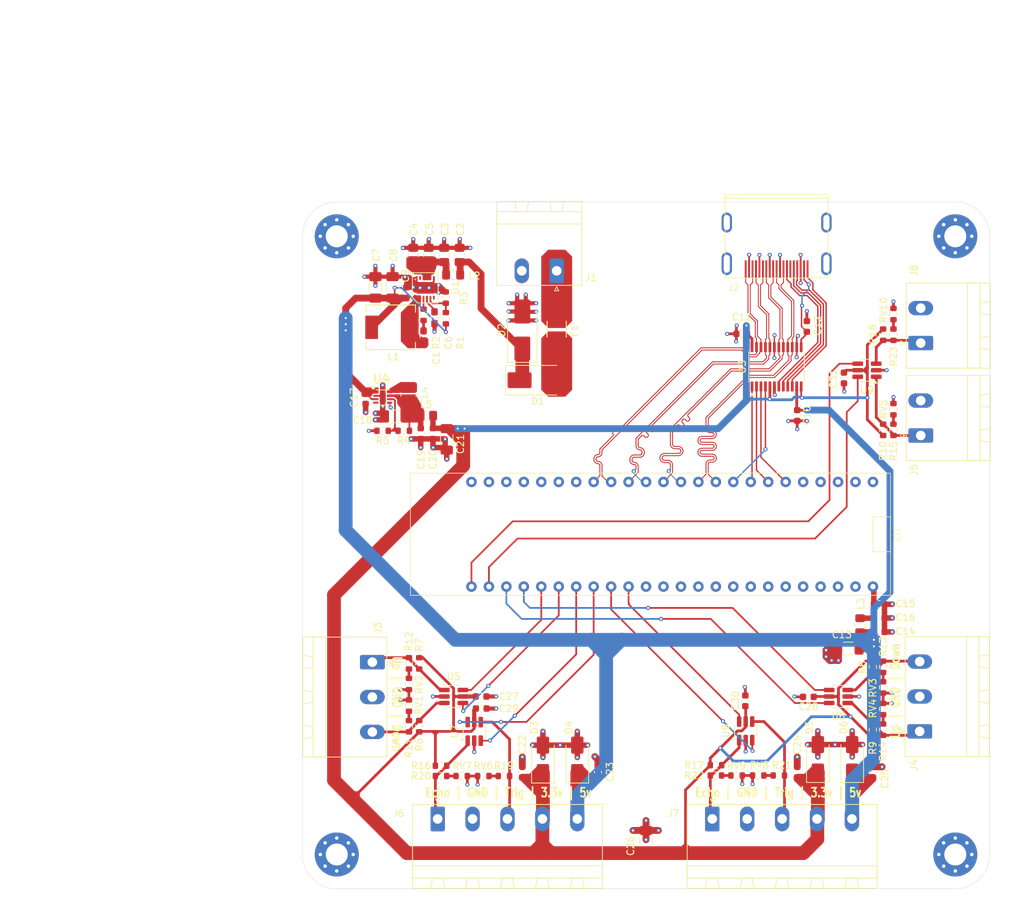
<source format=kicad_pcb>
(kicad_pcb (version 20240108) (generator "pcbnew") (generator_version "8.0")
  (layers (0 "F.Cu" signal) (1 "In1.Cu" signal) (2 "In2.Cu" signal) (31 "B.Cu" signal) (34 "B.Paste" user) (35 "F.Paste" user) (36 "B.SilkS" user "B.Silkscreen") (37 "F.SilkS" user "F.Silkscreen") (38 "B.Mask" user) (39 "F.Mask" user) (44 "Edge.Cuts" user))
  (net 0 "")
  (net 1 "/5v-PSU/SW_5V")
  (net 2 "Net-(C1-Pad2)")
  (net 3 "GND")
  (net 4 "/5v-PSU/v-in")
  (net 5 "/5v-PSU/V-in_filtered")
  (net 6 "Net-(U1-VCC)")
  (net 7 "+5V")
  (net 8 "+3.3V")
  (net 9 "/FPGA_HDMI/HDMI_5v")
  (net 10 "VU")
  (net 11 "/3v3-PSU/3.3v_unfilterd")
  (net 13 "Hdmi_out_data_1-")
  (net 14 "Hdmi_out_data_1+")
  (net 15 "Hdmi_out_clk-")
  (net 16 "/FPGA_HDMI/DDC_CLK")
  (net 17 "Hdmi_out_data_2+")
  (net 18 "Hdmi_out_data_0+")
  (net 19 "/FPGA_HDMI/HPD")
  (net 20 "/FPGA_HDMI/CEC")
  (net 21 "Hdmi_out_data_2-")
  (net 22 "/FPGA_HDMI/DDC_SDA")
  (net 23 "Hdmi_out_data_0-")
  (net 24 "Hdmi_out_clk+")
  (net 25 "/SignalBuffer/ButtonDown1")
  (net 26 "/SignalBuffer/ButtonUp1")
  (net 27 "/SignalBuffer/ButtonUp2")
  (net 28 "/SignalBuffer/ButtonDown2")
  (net 29 "/SignalBuffer/ControllerSelect")
  (net 30 "/SignalBuffer/Trigger1_buffered")
  (net 31 "/SignalBuffer/Echo1")
  (net 32 "/SignalBuffer/Trigger2_buffered")
  (net 33 "/SignalBuffer/Echo2")
  (net 34 "/SignalBuffer/GameReset")
  (net 35 "/3v3-PSU/LX_3.3v")
  (net 36 "/5v-PSU/FB_5V")
  (net 37 "Net-(U1-BOOT)")
  (net 38 "/3v3-PSU/FB_3.3v")
  (net 39 "Net-(R11-Pad2)")
  (net 40 "Net-(R12-Pad2)")
  (net 41 "Net-(R13-Pad2)")
  (net 42 "Net-(R14-Pad2)")
  (net 43 "Net-(R15-Pad2)")
  (net 44 "Net-(R19-Pad2)")
  (net 45 "Net-(R20-Pad2)")
  (net 46 "Net-(R21-Pad2)")
  (net 47 "Net-(R22-Pad2)")
  (net 48 "Net-(R23-Pad2)")
  (net 50 "/5v-PSU/P_GOOD_5V")
  (net 51 "/FPGA_HDMI/GameReset")
  (net 55 "/FPGA_HDMI/Sensor_l")
  (net 59 "/FPGA_HDMI/Controller_switch")
  (net 60 "Hdmi_out_hpd")
  (net 61 "/FPGA_HDMI/Trigger_l")
  (net 62 "/FPGA_HDMI/Sensor_r")
  (net 64 "/FPGA_HDMI/BTN_up_r")
  (net 67 "Hdmi_DDC_dlk")
  (net 69 "/FPGA_HDMI/BTN_down_l")
  (net 71 "Hdmi_CEC")
  (net 81 "Hdmil_DDC_data")
  (net 82 "/FPGA_HDMI/Trigger_r")
  (net 87 "/FPGA_HDMI/BTN_down_r")
  (net 88 "/FPGA_HDMI/BTN_up_l")
  (net 90 "/3v3-PSU/P_GOOD_3v3")
  (net 91 "/power_fused")
  (net 92 "/power_in")
  (footprint "Resistor_SMD:R_0603_1608Metric" (layer "F.Cu") (at 120.175 126)
    (property "Reference" "R17")
    (property "Value" "22.1k")
  )
  (footprint "Capacitor_SMD:C_0603_1608Metric" (layer "F.Cu") (at 103 127 90)
    (property "Reference" "C23")
    (property "Value" "100n 10v")
  )
  (footprint "Diode_SMD:D_SMA" (layer "F.Cu") (at 135 125 90)
    (property "Reference" "D5")
    (property "Value" "SMAJ28A")
  )
  (footprint "Capacitor_SMD:C_0603_1608Metric" (layer "F.Cu") (at 123.925 63.2 180)
    (property "Reference" "C11")
    (property "Value" "100n 10v")
  )
  (footprint "Resistor_SMD:R_0603_1608Metric" (layer "F.Cu") (at 71.67 77.315 180)
    (property "Reference" "R5")
    (property "Value" "37.4k")
  )
  (footprint "Capacitor_SMD:C_0603_1608Metric" (layer "F.Cu") (at 79 77.725 -90)
    (property "Reference" "C20")
    (property "Value" "100n 10v")
  )
  (footprint "Resistor_SMD:R_0603_1608Metric" (layer "F.Cu") (at 75.5 114.175 -90)
    (property "Reference" "RV2")
    (property "Value" "CG0603MLU-3,3E")
  )
  (footprint "Diode_SMD:D_SMA" (layer "F.Cu") (at 100 125.08 90)
    (property "Reference" "D4")
    (property "Value" "SMAJ28A")
  )
  (footprint "MountingHole:MountingHole_3.2mm_M3_Pad_Via" (layer "F.Cu") (at 155 139)
    (property "Reference" "H4" (hide yes))
    (property "Value" "MountingHole_Pad")
  )
  (footprint "Diode_SMD:D_SMA" (layer "F.Cu") (at 95 125.08 90)
    (property "Reference" "D3")
    (property "Value" "SMAJ28A")
  )
  (footprint "MyLib:685119134923" (layer "F.Cu") (at 129 52.5 180)
    (property "Reference" "J2")
    (property "Value" "685119134923 ")
  )
  (footprint "Capacitor_SMD:C_0805_2012Metric_Pad1.18x1.45mm_HandSolder" (layer "F.Cu") (at 82.875 51.7125 90)
    (property "Reference" "C2")
    (property "Value" "100n 50v")
  )
  (footprint "Resistor_SMD:R_0603_1608Metric" (layer "F.Cu") (at 77.625 60.425 -90)
    (property "Reference" "R2")
    (property "Value" "10")
  )
  (footprint "Resistor_SMD:R_0603_1608Metric" (layer "F.Cu") (at 83.175 127.58)
    (property "Reference" "RV7")
    (property "Value" "CG0603MLU-3,3E")
  )
  (footprint "Capacitor_SMD:C_0603_1608Metric" (layer "F.Cu") (at 92 127 90)
    (property "Reference" "C22")
    (property "Value" "100n 10v")
  )
  (footprint "Capacitor_SMD:C_0603_1608Metric" (layer "F.Cu") (at 132 127 90)
    (property "Reference" "C24")
    (property "Value" "100n 10v")
  )
  (footprint "MyLib:SRP6540-100M" (layer "F.Cu") (at 72.85 62.25 180)
    (property "Reference" "L1")
    (property "Value" "SRP6540-100M")
  )
  (footprint "MyLib:Fuse MF-MSMF075 33X-2" (layer "F.Cu") (at 97 62.67 -90)
    (property "Reference" "F1")
    (property "Value" "MultiFuse")
  )
  (footprint "Resistor_SMD:R_0603_1608Metric" (layer "F.Cu") (at 146 77.175 90)
    (property "Reference" "R15")
    (property "Value" "68")
  )
  (footprint "Capacitor_SMD:C_0603_1608Metric" (layer "F.Cu") (at 124.45 116.625 90)
    (property "Reference" "C30")
    (property "Value" "100n 10v")
  )
  (footprint "Capacitor_SMD:C_0603_1608Metric" (layer "F.Cu") (at 86 116)
    (property "Reference" "C27")
    (property "Value" "100n 10v")
  )
  (footprint "Capacitor_SMD:C_1206_3216Metric_Pad1.33x1.80mm_HandSolder" (layer "F.Cu") (at 139.4375 109 180)
    (property "Reference" "C13")
    (property "Value" "47u 10v")
  )
  (footprint "Inductor_SMD:L_0805_2012Metric_Pad1.15x1.40mm_HandSolder" (layer "F.Cu") (at 81.9325 54.605 180)
    (property "Reference" "L2")
    (property "Value" "74279220800")
  )
  (footprint "Resistor_SMD:R_0603_1608Metric" (layer "F.Cu") (at 146 74.175 90)
    (property "Reference" "RV5")
    (property "Value" "CG0603MLU-3,3E")
  )
  (footprint "Package_TO_SOT_SMD:SOT-23-6_Handsoldering" (layer "F.Cu") (at 82 116)
    (property "Reference" "U5")
    (property "Value" "SN74LVC2G34DBV")
  )
  (footprint "Resistor_SMD:R_0603_1608Metric" (layer "F.Cu") (at 77 111.175 -90)
    (property "Reference" "R7")
    (property "Value" "22.1k")
  )
  (footprint "Capacitor_SMD:C_0603_1608Metric_Pad1.08x0.95mm_HandSolder" (layer "F.Cu") (at 77.625 63.6375 90)
    (property "Reference" "C1")
    (property "Value" "680n")
  )
  (footprint "Capacitor_SMD:C_0603_1608Metric" (layer "F.Cu") (at 143.925 102.57)
    (property "Reference" "C15")
    (property "Value" "100n 10v")
  )
  (footprint "Capacitor_SMD:C_1206_3216Metric_Pad1.33x1.80mm_HandSolder" (layer "F.Cu") (at 73.125 56.4375 90)
    (property "Reference" "C8")
    (property "Value" "47u 10v")
  )
  (footprint "Resistor_SMD:R_0603_1608Metric" (layer "F.Cu") (at 129.325 127.5 180)
    (property "Reference" "R21")
    (property "Value" "68")
  )
  (footprint "Package_TO_SOT_SMD:SOT-23-6_Handsoldering" (layer "F.Cu") (at 142.15 68.5 180)
    (property "Reference" "U9")
    (property "Value" "SN74LVC2G34DBV")
  )
  (footprint "Capacitor_SMD:C_0603_1608Metric" (layer "F.Cu") (at 86.025 117.75)
    (property "Reference" "C29")
    (property "Value" "100n 10v")
  )
  (footprint "Connector_Phoenix_MSTB:PhoenixContact_MSTBA_2,5_3-G-5,08_1x03_P5.08mm_Horizontal" (layer "F.Cu") (at 149.8225 121.08 90)
    (property "Reference" "J4")
    (property "Value" "Screw_Terminal_01x03")
  )
  (footprint "Resistor_SMD:R_0603_1608Metric" (layer "F.Cu") (at 120.175 127.5)
    (property "Reference" "R22")
    (property "Value" "68")
  )
  (footprint "Connector_Phoenix_MSTB:PhoenixContact_MSTBA_2,5_5-G-5,08_1x05_P5.08mm_Horizontal" (layer "F.Cu") (at 119.64 133.8225)
    (property "Reference" "J7")
    (property "Value" "Screw_Terminal_01x05")
  )
  (footprint "Capacitor_SMD:C_0805_2012Metric_Pad1.18x1.45mm_HandSolder" (layer "F.Cu") (at 78.375 51.7125 90)
    (property "Reference" "C5")
    (property "Value" "4.7u 50v")
  )
  (footprint "Resistor_SMD:R_0603_1608Metric" (layer "F.Cu") (at 77 120.325 90)
    (property "Reference" "R6")
    (property "Value" "22.1k")
  )
  (footprint "Capacitor_SMD:C_0603_1608Metric" (layer "F.Cu") (at 143.925 106.6)
    (property "Reference" "C14")
    (property "Value" "100n 10v")
  )
  (footprint "Capacitor_SMD:C_0603_1608Metric" (layer "F.Cu") (at 138.8 69.625 -90)
    (property "Reference" "C31")
    (property "Value" "100n 10v")
  )
  (footprint "Connector_Phoenix_MSTB:PhoenixContact_MSTBA_2,5_2-G-5,08_1x02_P5.08mm_Horizontal" (layer "F.Cu") (at 149.9725 78 90)
    (property "Reference" "J5")
    (property "Value" "Screw_Terminal_01x02")
  )
  (footprint "Resistor_SMD:R_0603_1608Metric" (layer "F.Cu") (at 80.855 57.925 -90)
    (property "Reference" "R3")
    (property "Value" "22.1k")
  )
  (footprint "Capacitor_SMD:C_1206_3216Metric_Pad1.33x1.80mm_HandSolder" (layer "F.Cu") (at 110 137.0625 90)
    (property "Reference" "C26")
    (property "Value" "47u 10v")
  )
  (footprint "Resistor_SMD:R_0603_1608Metric" (layer "F.Cu") (at 80.175 127.58)
    (property "Reference" "R20")
    (property "Value" "68")
  )
  (footprint "Capacitor_SMD:C_0603_1608Metric" (layer "F.Cu") (at 143.925 104.57)
    (property "Reference" "C16")
    (property "Value" "100n 10v")
  )
  (footprint "Resistor_SMD:R_0603_1608Metric" (layer "F.Cu") (at 74.745 77.315 180)
    (property "Reference" "R4")
    (property "Value" "118k")
  )
  (footprint "Capacitor_SMD:C_0603_1608Metric" (layer "F.Cu") (at 77.22 77.725 -90)
    (property "Reference" "C19")
    (property "Value" "100n 10v")
  )
  (footprint "Resistor_SMD:R_0603_1608Metric" (layer "F.Cu") (at 144.5 111.675 -90)
    (property "Reference" "R13")
    (property "Value" "68")
  )
  (footprint "Resistor_SMD:R_0603_1608Metric" (layer "F.Cu") (at 126.325 127.5 180)
    (property "Reference" "RV8")
    (property "Value" "CG0603MLU-3,3E")
  )
  (footprint "Resistor_SMD:R_0603_1608Metric" (layer "F.Cu") (at 75.5 111.175 -90)
    (property "Reference" "R12")
    (property "Value" "68")
  )
  (footprint "Resistor_SMD:R_0603_1608Metric" (layer "F.Cu") (at 89.325 127.58 180)
    (property "Reference" "R19")
    (property "Value" "68")
  )
  (footprint "Capacitor_SMD:C_0603_1608Metric" (layer "F.Cu") (at 133.625 116.05 180)
    (property "Reference" "C28")
    (property "Value" "100n 10v")
  )
  (footprint "Package_TO_SOT_SMD:SOT-23-6_Handsoldering" (layer "F.Cu") (at 124.5 121 90)
    (property "Reference" "U8")
    (property "Value" "SN74LVC2G34DBV")
  )
  (footprint "Resistor_SMD:R_0603_1608Metric" (layer "F.Cu") (at 146 60.325 90)
    (property "Reference" "RV10")
    (property "Value" "CG0603MLU-3,3E")
  )
  (footprint "Capacitor_SMD:C_0805_2012Metric_Pad1.18x1.45mm_HandSolder" (layer "F.Cu") (at 76.125 51.7125 90)
    (property "Reference" "C4")
    (property "Value" "4.7u 50v")
  )
  (footprint "Capacitor_SMD:C_0603_1608Metric" (layer "F.Cu") (at 133.4 62.125 90)
    (property "Reference" "C12")
    (property "Value" "100n 10v")
  )
  (footprint "Capacitor_SMD:C_1206_3216Metric_Pad1.33x1.80mm_HandSolder" (layer "F.Cu") (at 70.625 56.4375 90)
    (property "Reference" "C7")
    (property "Value" "47u 10v")
  )
  (footprint "Resistor_SMD:R_0603_1608Metric" (layer "F.Cu") (at 144.5 117.825 90)
    (property "Reference" "RV4")
    (property "Value" "CG0603MLU-3,3E")
  )
  (footprint "MountingHole:MountingHole_3.2mm_M3_Pad_Via" (layer "F.Cu") (at 155 49)
    (property "Reference" "H2" (hide yes))
    (property "Value" "MountingHole_Pad")
  )
  (footprint "Resistor_SMD:R_0603_1608Metric" (layer "F.Cu") (at 75.5 117.325 90)
    (property "Reference" "RV1")
    (property "Value" "CG0603MLU-3,3E")
  )
  (footprint "Capacitor_SMD:C_1206_3216Metric_Pad1.33x1.80mm_HandSolder" (layer "F.Cu") (at 73.5025 75.2175 180)
    (property "Reference" "C18")
    (property "Value" "47u 10v")
  )
  (footprint "MyLib:LMR23630APQDRRTQ1" (layer "F.Cu") (at 77.875 56.5)
    (property "Reference" "U1")
    (property "Value" "LMR23630APQDRRTQ1")
  )
  (footprint "Library:CmodA7" (layer "F.Cu") (at 110 92.38 -90)
    (property "Reference" "U2")
    (property "Value" "~")
  )
  (footprint "Resistor_SMD:R_0603_1608Metric" (layer "F.Cu") (at 86.325 127.58 180)
    (property "Reference" "RV6")
    (property "Value" "CG0603MLU-3,3E")
  )
  (footprint "Inductor_SMD:L_0805_2012Metric_Pad1.15x1.40mm_HandSolder" (layer "F.Cu") (at 77.995 75.115)
    (property "Reference" "L5")
    (property "Value" "74279220800")
  )
  (footprint "Resistor_SMD:R_0603_1608Metric" (layer "F.Cu") (at 144.5 63.325 -90)
    (property "Reference" "R18")
    (property "Value" "22.1k")
  )
  (footprint "Diode_SMD:D_SMB_Handsoldering" (layer "F.Cu") (at 94.3 69.95)
    (property "Reference" "D1")
    (property "Value" "S3MB-13-F")
  )
  (footprint "Diode_SMD:D_SMA" (layer "F.Cu") (at 140 125 90)
    (property "Reference" "D6")
    (property "Value" "SMAJ28A")
  )
  (footprint "Capacitor_SMD:C_0603_1608Metric" (layer "F.Cu") (at 75.125 57.225 90)
    (property "Reference" "C9")
    (property "Value" "100n 10v")
  )
  (footprint "Connector_Phoenix_MSTB:PhoenixContact_MSTBA_2,5_2-G-5,08_1x02_P5.08mm_Horizontal" (layer "F.Cu") (at 149.9725 64.54 90)
    (property "Reference" "J8")
    (property "Value" "Screw_Terminal_01x02")
  )
  (footprint "Resistor_SMD:R_0603_1608Metric" (layer "F.Cu") (at 75.5 120.325 90)
    (property "Reference" "R11")
    (property "Value" "68")
  )
  (footprint "Capacitor_SMD:C_0603_1608Metric_Pad1.08x0.95mm_HandSolder" (layer "F.Cu") (at 79.225 60.8625 -90)
    (property "Reference" "C6")
    (property "Value" "2.2u")
  )
  (footprint "Capacitor_SMD:C_0805_2012Metric_Pad1.18x1.45mm_HandSolder" (layer "F.Cu") (at 80.625 51.7125 90)
    (property "Reference" "C3")
    (property "Value" "100n 50v")
  )
  (footprint "Package_TO_SOT_SMD:SOT-23-6_Handsoldering" (layer "F.Cu") (at 138 116 180)
    (property "Reference" "U6")
    (property "Value" "SN74LVC2G34DBV")
  )
  (footprint "Resistor_SMD:R_0603_1608Metric" (layer "F.Cu") (at 123.175 127.5)
    (property "Reference" "RV9")
    (property "Value" "CG0603MLU-3,3E")
  )
  (footprint "Resistor_SMD:R_0603_1608Metric" (layer "F.Cu") (at 80.875 60.925 -90)
    (property "Reference" "R1")
    (property "Value" "88.7k")
  )
  (footprint "Capacitor_SMD:C_0603_1608Metric" (layer "F.Cu") (at 69.2 72.60875 -90)
    (property "Reference" "C17")
    (property "Value" "2.2uF")
  )
  (footprint "Resistor_SMD:R_0603_1608Metric" (layer "F.Cu") (at 146 63.325 90)
    (property "Reference" "R23")
    (property "Value" "68")
  )
  (footprint "Connector_Phoenix_MSTB:PhoenixContact_MSTBA_2,5_5-G-5,08_1x05_P5.08mm_Horizontal" (layer "F.Cu") (at 79.68 133.8225)
    (property "Reference" "J6")
    (property "Value" "Screw_Terminal_01x05")
  )
  (footprint "Connector_Phoenix_MSTB:PhoenixContact_MSTBA_2,5_3-G-5,08_1x03_P5.08mm_Horizontal" (layer "F.Cu") (at 70.1775 111 -90)
    (property "Reference" "J3")
    (property "Value" "Screw_Terminal_01x03")
  )
  (footprint "MountingHole:MountingHole_3.2mm_M3_Pad_Via" (layer "F.Cu") (at 65 139)
    (property "Reference" "H3" (hide yes))
    (property "Value" "MountingHole_Pad")
  )
  (footprint "Capacitor_SMD:C_0603_1608Metric" (layer "F.Cu") (at 143 127 90)
    (property "Reference" "C25")
    (property "Value" "100n 10v")
  )
  (footprint "Resistor_SMD:R_0603_1608Metric" (layer "F.Cu") (at 143 120.825 90)
    (property "Reference" "R9")
    (property "Value" "22.1k")
  )
  (footprint "Capacitor_SMD:C_0603_1608Metric" (layer "F.Cu") (at 131.995 75.0875 -90)
    (property "Reference" "C10")
    (property "Value" "100n 10v")
  )
  (footprint "Capacitor_SMD:C_1206_3216Metric_Pad1.33x1.80mm_HandSolder" (layer "F.Cu") (at 81 78.5625 -90)
    (property "Reference" "C21")
    (property "Value" "47u 10v")
  )
  (footprint "MyLib:SON50P200X200X80-9N-D" (layer "F.Cu") (at 71.69 72.4675)
    (property "Reference" "U4")
    (property "Value" "MAX17626ATA+T" (hide yes))
  )
  (footprint "Resistor_SMD:R_0603_1608Metric" (layer "F.Cu") (at 143 111.675 -90)
    (property "Reference" "R8")
    (property "Value" "22.1k")
  )
  (footprint "Resistor_SMD:R_0603_1608Metric" (layer "F.Cu") (at 144.5 120.825 90)
    (property "Reference" "R14")
    (property "Value" "68")
  )
  (footprint "Inductor_SMD:L_1008_2520Metric" (layer "F.Cu") (at 75.44 72.0425 -90)
    (property "Reference" "L4")
    (property "Value" "1uH")
  )
  (footprint "Package_TO_SOT_SMD:SOT-23-6_Handsoldering" (layer "F.Cu") (at 85 121.08 90)
    (property "Reference" "U7")
    (property "Value" "SN74LVC2G34DBV")
  )
  (footprint "Resistor_SMD:R_0603_1608Metric" (layer "F.Cu") (at 144.5 77.175 90)
    (property "Reference" "R10")
    (property "Value" "22.1k")
  )
  (footprint "Resistor_SMD:R_0603_1608Metric" (layer "F.Cu") (at 80.175 126.08)
    (property "Reference" "R16")
    (property "Value" "22.1k")
  )
  (footprint "MountingHole:MountingHole_3.2mm_M3_Pad_Via" (layer "F.Cu") (at 65 49)
    (property "Reference" "H1" (hide yes))
    (property "Value" "MountingHole_Pad")
  )
  (footprint "Inductor_SMD:L_0805_2012Metric_Pad1.15x1.40mm_HandSolder" (layer "F.Cu") (at 141.15 105.625 90)
    (property "Reference" "L3")
    (property "Value" "74279220800")
  )
  (footprint "Resistor_SMD:R_0603_1608Metric" (layer "F.Cu") (at 144.5 114.675 -90)
    (property "Reference" "RV3")
    (property "Value" "CG0603MLU-3,3E")
  )
  (footprint "Diode_SMD:D_SMB_Handsoldering" (layer "F.Cu") (at 92 62.65 90)
    (property "Reference" "D2")
    (property "Value" "D_TVS")
  )
  (footprint "Connector_Phoenix_MSTB:PhoenixContact_MSTBA_2,5_2-G-5,08_1x02_P5.08mm_Horizontal" (layer "F.Cu") (at 97 54.0275 180)
    (property "Reference" "J1")
    (property "Value" "Screw_Terminal_01x02")
  )
  (footprint "Package_SO:TSSOP-24_4.4x7.8mm_P0.65mm" (layer "F.Cu") (at 129 68 90)
    (property "Reference" "U3")
    (property "Value" "TPD12S016RKTR ")
  )
  (gr_arc (start 60 49) (mid 61.464466 45.464466) (end 65 44) (stroke (width 0.05)) (layer "Edge.Cuts"))
  (gr_line (start 60 139) (end 60 49) (stroke (width 0.05)) (layer "Edge.Cuts"))
  (gr_line (start 155 144) (end 65 144) (stroke (width 0.05)) (layer "Edge.Cuts"))
  (gr_arc (start 65 144) (mid 61.464466 142.535534) (end 60 139) (stroke (width 0.05)) (layer "Edge.Cuts"))
  (gr_line (start 160 49) (end 160 139) (stroke (width 0.05)) (layer "Edge.Cuts"))
  (gr_arc (start 160 139) (mid 158.535534 142.535534) (end 155 144) (stroke (width 0.05)) (layer "Edge.Cuts"))
  (gr_line (start 65 44) (end 155 44) (stroke (width 0.05)) (layer "Edge.Cuts"))
  (gr_arc (start 155 44) (mid 158.535534 45.464466) (end 160 49) (stroke (width 0.05)) (layer "Edge.Cuts"))
  (gr_text "Up | GND | Down" (at 73 110 -90) (layer "F.SilkS") (effects (font (size 1.3 1) (thickness 0.25) (bold yes)) (justify left bottom)))
  (gr_text "Up | GND | Down" (at 147 122.25 90) (layer "F.SilkS") (effects (font (size 1.3 1) (thickness 0.25) (bold yes)) (justify left bottom)))
  (gr_text "Echo | GND | Trig | 3.3v | 5v" (at 77.75 130.75 0) (layer "F.SilkS") (effects (font (size 1.3 1) (thickness 0.25) (bold yes)) (justify left bottom)))
  (gr_text "Echo | GND | Trig | 3.3v | 5v" (at 117 130.75 0) (layer "F.SilkS") (effects (font (size 1.3 1) (thickness 0.25) (bold yes)) (justify left bottom)))
  (segment (start 77.625 64.5) (end 77.225 64.5) (width 0.4) (layer "F.Cu") (net 1))
  (segment (start 75.625 62.9) (end 75.625 62.25) (width 0.4) (layer "F.Cu") (net 1))
  (segment (start 77.625 62.775) (end 77.625 61.25) (width 0.4) (layer "F.Cu") (net 2))
  (segment (start 82.875 50.675) (end 84.4 50.675) (width 0.6) (layer "F.Cu") (net 3))
  (segment (start 100 123.08) (end 100 124.88) (width 0.8) (layer "F.Cu") (net 3))
  (segment (start 128.675 72.05) (end 128.725 72.1) (width 0.4) (layer "F.Cu") (net 3))
  (segment (start 132.5 51.7) (end 132.5 55.8) (width 0.25) (layer "F.Cu") (net 3))
  (segment (start 131.65 116.05) (end 131.6 116) (width 0.4) (layer "F.Cu") (net 3))
  (segment (start 92.05 60) (end 92 59.95) (width 0.6) (layer "F.Cu") (net 3))
  (segment (start 71.44 72.2175) (end 71.69 72.4675) (width 0.25) (layer "F.Cu") (net 3))
  (segment (start 77.875 56.5) (end 77.125 56.5) (width 0.25) (layer "F.Cu") (net 3))
  (segment (start 110 135.5) (end 111.8 135.5) (width 1) (layer "F.Cu") (net 3))
  (segment (start 80.855 57.1) (end 80.855 57.03) (width 0.6) (layer "F.Cu") (net 3))
  (segment (start 80.625 50.675) (end 80.625 49.4) (width 0.6) (layer "F.Cu") (net 3))
  (segment (start 145.805 104.57) (end 145.825 104.55) (width 0.8) (layer "F.Cu") (net 3))
  (segment (start 100 123.08) (end 100 121.08) (width 0.8) (layer "F.Cu") (net 3))
  (segment (start 124.45 114.7) (end 124.45 115.85) (width 0.4) (layer "F.Cu") (net 3))
  (segment (start 80.65 116) (end 79 116) (width 0.4) (layer "F.Cu") (net 3))
  (segment (start 137.875 109) (end 137.875 109.875) (width 1) (layer "F.Cu") (net 3))
  (segment (start 131.925 66.6) (end 131.925 65.1375) (width 0.25) (layer "F.Cu") (net 3))
  (segment (start 132.85 116.05) (end 131.65 116.05) (width 0.4) (layer "F.Cu") (net 3))
  (segment (start 78.375 50.675) (end 78.375 49.45) (width 0.6) (layer "F.Cu") (net 3))
  (segment (start 140 123) (end 141.5 123) (width 0.8) (layer "F.Cu") (net 3))
  (segment (start 135 123) (end 135 124.8) (width 0.8) (layer "F.Cu") (net 3))
  (segment (start 76.425 56.9) (end 77.325 56.9) (width 0.6) (layer "F.Cu") (net 3))
  (segment (start 95 123.08) (end 95 124.88) (width 0.8) (layer "F.Cu") (net 3))
  (segment (start 129.502956 53.8) (end 129.502956 51.702956) (width 0.25) (layer "F.Cu") (net 3))
  (segment (start 76.125 50.675) (end 74.65 50.675) (width 0.6) (layer "F.Cu") (net 3))
  (segment (start 79.825 56.1) (end 78.275 56.1) (width 0.6) (layer "F.Cu") (net 3))
  (segment (start 92.5 57.5) (end 92.5 58.5) (width 0.6) (layer "F.Cu") (net 3))
  (segment (start 138 110.75) (end 137 110.75) (width 1) (layer "F.Cu") (net 3))
  (segment (start 75.835 78.5) (end 75.82 78.515) (width 0.8) (layer "F.Cu") (net 3))
  (segment (start 80.725 57.1) (end 80.125 56.5) (width 0.6) (layer "F.Cu") (net 3))
  (segment (start 138 109.15) (end 137.8 108.95) (width 1) (layer "F.Cu") (net 3))
  (segment (start 132.5 53.8) (end 132.5 51.7) (width 0.2) (layer "F.Cu") (net 3))
  (segment (start 124.375 114.625) (end 124.45 114.7) (width 0.4) (layer "F.Cu") (net 3))
  (segment (start 135 123) (end 137.5 123) (width 0.8) (layer "F.Cu") (net 3))
  (segment (start 79 78.5) (end 80.755 78.5) (width 0.8) (layer "F.Cu") (net 3))
  (segment (start 74.65 50.675) (end 74.625 50.7) (width 0.6) (layer "F.Cu") (net 3))
  (segment (start 145.805 102.57) (end 145.825 102.55) (width 0.8) (layer "F.Cu") (net 3))
  (segment (start 140 123) (end 140 121) (width 0.8) (layer "F.Cu") (net 3))
  (segment (start 75.725 56.5) (end 76.025 56.5) (width 0.6) (layer "F.Cu") (net 3))
  (segment (start 128.675 70.8625) (end 128.675 72.05) (width 0.4) (layer "F.Cu") (net 3))
  (segment (start 143.5 68.5) (end 145 68.5) (width 0.4) (layer "F.Cu") (net 3))
  (segment (start 91.25 57.5) (end 91.25 58.5) (width 0.6) (layer "F.Cu") (net 3))
  (segment (start 81 81.395) (end 81.02 81.415) (width 0.8) (layer "F.Cu") (net 3))
  (segment (start 140 123) (end 137.5 123) (width 0.8) (layer "F.Cu") (net 3))
  (segment (start 86.775 116) (end 88.2 116) (width 0.6) (layer "F.Cu") (net 3))
  (segment (start 76.225 56.5) (end 76.125 56.4) (width 0.6) (layer "F.Cu") (net 3))
  (segment (start 94 61.25) (end 92.25 61.25) (width 0.6) (layer "F.Cu") (net 3))
  (segment (start 70.625 54.875) (end 70.625 53.3) (width 0.6) (layer "F.Cu") (net 3))
  (segment (start 75.125 55.375) (end 74.625 54.875) (width 0.6) (layer "F.Cu") (net 3))
  (segment (start 125.5 127.5) (end 124 127.5) (width 0.4) (layer "F.Cu") (net 3))
  (segment (start 125 53.8) (end 125 51.7) (width 0.25) (layer "F.Cu") (net 3))
  (segment (start 75.175 56.5) (end 75.125 56.45) (width 0.6) (layer "F.Cu") (net 3))
  (segment (start 91.5 58.75) (end 90 58.75) (width 0.6) (layer "F.Cu") (net 3))
  (segment (start 82.875 49.45) (end 82.925 49.4) (width 0.6) (layer "F.Cu") (net 3))
  (segment (start 79 79.745) (end 79.02 79.765) (width 0.8) (layer "F.Cu") (net 3))
  (segment (start 136.45 109) (end 136.2 109.25) (width 1) (layer "F.Cu") (net 3))
  (segment (start 80.77 79.895) (end 81 80.125) (width 0.8) (layer "F.Cu") (net 3))
  (segment (start 78.375 57) (end 77.875 56.5) (width 0.6) (layer "F.Cu") (net 3))
  (segment (start 143 126.225) (end 144.325 126.225) (width 1) (layer "F.Cu") (net 3))
  (segment (start 82.875 50.675) (end 82.875 49.45) (width 0.6) (layer "F.Cu") (net 3))
  (segment (start 75.5 115) (end 75.5 116.5) (width 0.4) (layer "F.Cu") (net 3))
  (segment (start 76.625 55.065) (end 75.86 55.065) (width 0.25) (layer "F.Cu") (net 3))
  (segment (start 80.125 56.5) (end 78.425 56.5) (width 0.6) (layer "F.Cu") (net 3))
  (segment (start 137.875 109) (end 137.4 109) (width 1) (layer "F.Cu") (net 3))
  (segment (start 137.4 109) (end 136.2 110.2) (width 1) (layer "F.Cu") (net 3))
  (segment (start 79.225 61.725) (end 79.225 62.9) (width 0.6) (layer "F.Cu") (net 3))
  (segment (start 144.5 117) (end 145.75 117) (width 0.4) (layer "F.Cu") (net 3))
  (segment (start 74.625 54.875) (end 74.9 54.875) (width 0.6) (layer "F.Cu") (net 3))
  (segment (start 79.125 55.605) (end 78.23 56.5) (width 0.25) (layer "F.Cu") (net 3))
  (segment (start 73.125 54.875) (end 74.625 54.875) (width 0.6) (layer "F.Cu") (net 3))
  (segment (start 92 60.5) (end 91.5 61) (width 0.6) (layer "F.Cu") (net 3))
  (segment (start 84 127.58) (end 85.5 127.58) (width 0.4) (layer "F.Cu") (net 3))
  (segment (start 71.69 70.685) (end 71.67 70.665) (width 0.8) (layer "F.Cu") (net 3))
  (segment (start 137.875 110.625) (end 138 110.75) (width 1) (layer "F.Cu") (net 3))
  (segment (start 71.69 72.4675) (end 71.69 70.685) (width 0.8) (layer "F.Cu") (net 3))
  (segment (start 76.325 55.7) (end 76.575 55.95) (width 0.6) (layer "F.Cu") (net 3))
  (segment (start 136.75 110.75) (end 136.2 110.2) (width 1) (layer "F.Cu") (net 3))
  (segment (start 70.62 75.715) (end 71.4425 75.715) (width 0.8) (layer "F.Cu") (net 3))
  (segment (start 71.72 74.765) (end 70.62 74.765) (width 0.8) (layer "F.Cu") (net 3))
  (segment (start 77.875 56.5) (end 78.425 56.5) (width 0.25) (layer "F.Cu") (net 3))
  (segment (start 135 123) (end 135 121) (width 0.8) (layer "F.Cu") (net 3))
  (segment (start 90.05 59.95) (end 92 59.95) (width 0.6) (layer "F.Cu") (net 3))
  (segment (start 81 80.125) (end 81 81.395) (width 0.8) (layer "F.Cu") (net 3))
  (segment (start 94 58.75) (end 92.25 58.75) (width 0.6) (layer "F.Cu") (net 3))
  (segment (start 103 125.2) (end 102.55 124.75) (width 1) (layer "F.Cu") (net 3))
  (segment (start 71.69 73.765) (end 71.69 74.9675) (width 0.8) (layer "F.Cu") (net 3))
  (segment (start 132.5 53.8) (end 132.5 55.8) (width 0.2) (layer "F.Cu") (net 3))
  (segment (start 75.125 55.4) (end 75.125 55.375) (width 0.6) (layer "F.Cu") (net 3))
  (segment (start 79.625 57) (end 78.375 57) (width 0.6) (layer "F.Cu") (net 3))
  (segment (start 144.7 102.57) (end 145.805 102.57) (width 0.8) (layer "F.Cu") (net 3))
  (segment (start 123.15 63.2) (end 123.15 64.25) (width 0.4) (layer "F.Cu") (net 3))
  (segment (start 70.69 72.2175) (end 71.44 72.2175) (width 0.25) (layer "F.Cu") (net 3))
  (segment (start 123.15 62.05) (end 123.2 62) (width 0.4) (layer "F.Cu") (net 3))
  (segment (start 129.502956 51.702956) (end 129.5 51.7) (width 0.25) (layer "F.Cu") (net 3))
  (segment (start 78.23 56.5) (end 77.875 56.5) (width 0.25) (layer "F.Cu") (net 3))
  (segment (start 137 110.75) (end 136.75 110.75) (width 1) (layer "F.Cu") (net 3))
  (segment (start 130.7375 75.8625) (end 130.7 75.9) (width 0.4) (layer "F.Cu") (net 3))
  (segment (start 80.77 78.515) (end 80.77 79.895) (width 0.8) (layer "F.Cu") (net 3))
  (segment (start 128.675 65.1375) (end 128.675 63.425) (width 0.2) (layer "F.Cu") (net 3))
  (segment (start 74.9 54.875) (end 74.925 54.9) (width 0.6) (layer "F.Cu") (net 3))
  (segment (start 69.2 73.38375) (end 69.2 74.61625) (width 0.8) (layer "F.Cu") (net 3))
  (segment (start 79.825 57.2) (end 80.125 56.9) (width 0.6) (layer "F.Cu") (net 3))
  (segment (start 70.625 54.875) (end 73.125 54.875) (width 0.6) (layer "F.Cu") (net 3))
  (segment (start 123.15 63.2) (end 121.8 63.2) (width 0.4) (layer "F.Cu") (net 3))
  (segment (start 77.22 78.5) (end 75.835 78.5) (width 0.8) (layer "F.Cu") (net 3))
  (segment (start 76.325 55.7) (end 75.775 55.15) (width 0.6) (layer "F.Cu") (net 3))
  (segment (start 146 73.35) (end 146 72.4) (width 0.4) (layer "F.Cu") (net 3))
  (segment (start 110 135.5) (end 110 134.05) (width 1) (layer "F.Cu") (net 3))
  (segment (start 69.05 54.875) (end 69.025 54.9) (width 0.6) (layer "F.Cu") (net 3))
  (segment (start 76.525 56) (end 75.125 56) (width 0.6) (layer "F.Cu") (net 3))
  (segment (start 80.855 57.1) (end 80.725 57.1) (width 0.6) (layer "F.Cu") (net 3))
  (segment (start 75.775 55.15) (end 75.525 54.9) (width 0.6) (layer "F.Cu") (net 3))
  (segment (start 137.875 109) (end 136.45 109) (width 1) (layer "F.Cu") (net 3))
  (segment (start 124 127.5) (end 124 128.75) (width 0.4) (layer "F.Cu") (net 3))
  (segment (start 131.995 77.095) (end 132 77.1) (width 0.4) (layer "F.Cu") (net 3))
  (segment (start 86.8 117.75) (end 88.2 117.75) (width 0.6) (layer "F.Cu") (net 3))
  (segment (start 133.3625 75.8625) (end 133.4 75.9) (width 0.4) (layer "F.Cu") (net 3))
  (segment (start 131.995 75.8625) (end 133.3625 75.8625) (width 0.4) (layer "F.Cu") (net 3))
  (segment (start 80.855 57.03) (end 79.925 56.1) (width 0.6) (layer "F.Cu") (net 3))
  (segment (start 79.825 57.2) (end 79.625 57) (width 0.6) (layer "F.Cu") (net 3))
  (segment (start 128.675 66.7) (end 128.675 65.1375) (width 0.2) (layer "F.Cu") (net 3))
  (segment (start 75.125 55.7) (end 75.125 55.4) (width 0.6) (layer "F.Cu") (net 3))
  (segment (start 80.64 79.765) (end 81 80.125) (width 0.8) (layer "F.Cu") (net 3))
  (segment (start 69.2 74.61625) (end 69.22 74.63625) (width 0.8) (layer "F.Cu") (net 3))
  (segment (start 137.875 109.875) (end 137 110.75) (width 1) (layer "F.Cu") (net 3))
  (segment (start 123.15 64.25) (end 123.1 64.3) (width 0.4) (layer "F.Cu") (net 3))
  (segment (start 77.875 56.5) (end 76.225 56.5) (width 0.6) (layer "F.Cu") (net 3))
  (segment (start 110 135.5) (end 110 136.85) (width 1) (layer "F.Cu") (net 3))
  (segment (start 95 123.08) (end 93.5 123.08) (width 0.8) (layer "F.Cu") (net 3))
  (segment (start 75.86 55.065) (end 75.775 55.15) (width 0.25) (layer "F.Cu") (net 3))
  (segment (start 137.875 109.125) (end 137.95 109.2) (width 1) (layer "F.Cu") (net 3))
  (segment (start 144.5 115.5) (end 144.5 117) (width 0.4) (layer "F.Cu") (net 3))
  (segment (start 100 123.08) (end 97.5 123.08) (width 0.8) (layer "F.Cu") (net 3))
  (segment (start 77.22 78.5) (end 79 78.5) (width 0.8) (layer "F.Cu") (net 3))
  (segment (start 79.125 55.065) (end 79.125 55.605) (width 0.25) (layer "F.Cu") (net 3))
  (segment (start 75.125 55.1) (end 74.925 54.9) (width 0.6) (layer "F.Cu") (net 3))
  (segment (start 78.375 49.45) (end 78.425 49.4) (width 0.6) (layer "F.Cu") (net 3))
  (segment (start 138.8 71.55) (end 138.85 71.6) (width 0.4) (layer "F.Cu") (net 3))
  (segment (start 144.7 106.6) (end 145.825 106.6) (width 0.8) (layer "F.Cu") (net 3))
  (segment (start 76.025 56.5) (end 75.725 56.5) (width 0.6) (layer "F.Cu") (net 3))
  (segment (start 85.5 127.58) (end 85.5 128.83) (width 0.4) (layer "F.Cu") (net 3))
  (segment (start 75.125 55.7) (end 76.325 55.7) (width 0.6) (layer "F.Cu") (net 3))
  (segment (start 79 78.5) (end 79 79.745) (width 0.8) (layer "F.Cu") (net 3))
  (segment (start 131.925 65.1375) (end 131.925 63.675) (width 0.25) (layer "F.Cu") (net 3))
  (segment (start 76.125 56.4) (end 76.025 56.5) (width 0.6) (layer "F.Cu") (net 3))
  (segment (start 79.02 79.765) (end 80.64 79.765) (width 0.8) (layer "F.Cu") (net 3))
  (segment (start 136.8 108.65) (end 137.8 108.65) (width 1) (layer "F.Cu") (net 3))
  (segment (start 76.625 55.065) (end 76.625 55.605) (width 0.25) (layer "F.Cu") (net 3))
  (segment (start 137.875 109) (end 137.875 109.125) (width 1) (layer "F.Cu") (net 3))
  (segment (start 95 123.08) (end 95 121.08) (width 0.8) (layer "F.Cu") (net 3))
  (segment (start 85 122.43) (end 85 124.08) (width 0.4) (layer "F.Cu") (net 3))
  (segment (start 92 59.95) (end 92 59.25) (width 0.6) (layer "F.Cu") (net 3))
  (segment (start 144.7 106.6) (end 144.7 102.57) (width 0.8) (layer "F.Cu") (net 3))
  (segment (start 94 60) (end 92.05 60) (width 0.6) (layer "F.Cu") (net 3))
  (segment (start 84 127.58) (end 84 128.83) (width 0.4) (layer "F.Cu") (net 3))
  (segment (start 75.725 55.1) (end 75.775 55.15) (width 0.6) (layer "F.Cu") (net 3))
  (segment (start 75.125 56) (end 75.125 55.7) (width 0.6) (layer "F.Cu") (net 3))
  (segment (start 84.4 50.675) (end 84.425 50.7) (width 0.6) (layer "F.Cu") (net 3))
  (segment (start 95 123.08) (end 97.5 123.08) (width 0.8) (layer "F.Cu") (net 3))
  (segment (start 103 126.225) (end 103 125.2) (width 1) (layer "F.Cu") (net 3))
  (segment (start 80.125 56.9) (end 80.125 56.5) (width 0.6) (layer "F.Cu") (net 3))
  (segment (start 136.2 110.2) (end 136.2 109.25) (width 1) (layer "F.Cu") (net 3))
  (segment (start 90 61.25) (end 91.75 61.25) (width 0.6) (layer "F.Cu") (net 3))
  (segment (start 71.94 75.2175) (end 71.94 74.985) (width 0.8) (layer "F.Cu") (net 3))
  (segment (start 132 126.225) (end 132 124.8) (width 1) (layer "F.Cu") (net 3))
  (segment (start 138 110.75) (end 138 109.15) (width 1) (layer "F.Cu") (net 3))
  (segment (start 75.525 54.9) (end 74.925 54.9) (width 0.6) (layer "F.Cu") (net 3))
  (segment (start 138.8 70.4) (end 138.8 71.55) (width 0.4) (layer "F.Cu") (net 3))
  (segment (start 71.69 72.4675) (end 71.69 73.765) (width 0.8) (layer "F.Cu") (net 3))
  (segment (start 124.5 122.35) (end 124.5 124) (width 0.4) (layer "F.Cu") (net 3))
  (segment (start 131.995 75.8625) (end 131.995 77.095) (width 0.4) (layer "F.Cu") (net 3))
  (segment (start 70.625 54.875) (end 69.05 54.875) (width 0.6) (layer "F.Cu") (net 3))
  (segment (start 78.275 56.1) (end 77.875 56.5) (width 0.6) (layer "F.Cu") (net 3))
  (segment (start 131.995 75.8625) (end 130.7375 75.8625) (width 0.4) (layer "F.Cu") (net 3))
  (segment (start 80.855 57.1) (end 79.925 57.1) (width 0.6) (layer "F.Cu") (net 3))
  (segment (start 100 123.08) (end 101.5 123.08) (width 0.8) (layer "F.Cu") (net 3))
  (segment (start 128 53.8) (end 128 51.7) (width 0.25) (layer "F.Cu") (net 3))
  (segment (start 125.5 127.5) (end 125.5 128.75) (width 0.4) (layer "F.Cu") (net 3))
  (segment (start 136.2 109.25) (end 136.8 108.65) (width 1) (layer "F.Cu") (net 3))
  (segment (start 76.025 56.5) (end 76.425 56.9) (width 0.6) (layer "F.Cu") (net 3))
  (segment (start 131.925 63.675) (end 132.1 63.5) (width 0.25) (layer "F.Cu") (net 3))
  (segment (start 137.875 109) (end 137.875 110.625) (width 1) (layer "F.Cu") (net 3))
  (segment (start 135 123) (end 133.5 123) (width 0.8) (layer "F.Cu") (net 3))
  (segment (start 75.125 55.4) (end 75.125 55.1) (width 0.6) (layer "F.Cu") (net 3))
  (segment (start 92 126.225) (end 92 124.8) (width 1) (layer "F.Cu") (net 3))
  (segment (start 76.125 50.675) (end 82.875 50.675) (width 0.6) (layer "F.Cu") (net 3))
  (segment (start 73.125 54.875) (end 73.125 53.3) (width 0.6) (layer "F.Cu") (net 3))
  (segment (start 70.845 77.315) (end 69.67 77.315) (width 0.4) (layer "F.Cu") (net 3))
  (segment (start 75.5 116.5) (end 74.25 116.5) (width 0.4) (layer "F.Cu") (net 3))
  (segment (start 75.125 56.45) (end 75.125 56) (width 0.6) (layer "F.Cu") (net 3))
  (segment (start 92 59.95) (end 92 60.5) (width 0.6) (layer "F.Cu") (net 3))
  (segment (start 71.69 74.9675) (end 71.94 75.2175) (width 0.8) (layer "F.Cu") (net 3))
  (segment (start 76.125 50.675) (end 76.125 49.4) (width 0.6) (layer "F.Cu") (net 3))
  (segment (start 70.625 54.875) (end 70.625 56.2) (width 0.6) (layer "F.Cu") (net 3))
  (segment (start 76.625 55.605) (end 77.52 56.5) (width 0.25) (layer "F.Cu") (net 3))
  (segment (start 76.575 55.95) (end 76.525 56) (width 0.6) (layer "F.Cu") (net 3))
  (segment (start 144.7 104.57) (end 145.805 104.57) (width 0.8) (layer "F.Cu") (net 3))
  (segment (start 71.4425 75.715) (end 71.94 75.2175) (width 0.8) (layer "F.Cu") (net 3))
  (segment (start 76.575 55.95) (end 77.125 56.5) (width 0.6) (layer "F.Cu") (net 3))
  (segment (start 146 59.5) (end 146 58.5) (width 0.4) (layer "F.Cu") (net 3))
  (segment (start 128.675 63.425) (end 128.7 63.4) (width 0.2) (layer "F.Cu") (net 3))
  (segment (start 75.5 115) (end 74.25 115) (width 0.4) (layer "F.Cu") (net 3))
  (segment (start 79.925 57.1) (end 79.825 57.2) (width 0.6) (layer "F.Cu") (net 3))
  (segment (start 92 59.25) (end 91.5 58.75) (width 0.6) (layer "F.Cu") (net 3))
  (segment (start 80.755 78.5) (end 80.77 78.515) (width 0.8) (layer "F.Cu") (net 3))
  (segment (start 77.22 78.5) (end 77.22 79.765) (width 0.8) (layer "F.Cu") (net 3))
  (segment (start 126.5 53.8) (end 126.5 51.7) (width 0.25) (layer "F.Cu") (net 3))
  (segment (start 77.52 56.5) (end 77.875 56.5) (width 0.25) (layer "F.Cu") (net 3))
  (segment (start 123.15 63.2) (end 123.15 62.05) (width 0.4) (layer "F.Cu") (net 3))
  (segment (start 71.94 74.985) (end 71.72 74.765) (width 0.8) (layer "F.Cu") (net 3))
  (segment (start 75.725 56.5) (end 75.175 56.5) (width 0.6) (layer "F.Cu") (net 3))
  (segment (start 75.125 55.1) (end 75.725 55.1) (width 0.6) (layer "F.Cu") (net 3))
  (segment (start 140 123) (end 140 124.8) (width 0.8) (layer "F.Cu") (net 3))
  (segment (start 133.4 61.35) (end 133.4 59.9) (width 0.4) (layer "F.Cu") (net 3))
  (segment (start 90 61.25) (end 90.7 61.25) (width 0.6) (layer "F.Cu") (net 3))
  (segment (start 144.325 126.225) (end 144.35 126.25) (width 1) (layer "F.Cu") (net 3))
  (segment (start 144.5 115.5) (end 145.75 115.5) (width 0.4) (layer "F.Cu") (net 3))
  (segment (start 110 135.5) (end 108.1 135.5) (width 1) (layer "F.Cu") (net 3))
  (segment (start 139.35 116) (end 141 116) (width 0.4) (layer "F.Cu") (net 3))
  (via (at 85.5 128.83) (size 0.6) (drill 0.3) (layers "F.Cu" "B.Cu") (net 3))
  (via (at 79.225 62.9) (size 0.6) (drill 0.3) (layers "F.Cu" "B.Cu") (net 3))
  (via (at 145.75 115.5) (size 0.6) (drill 0.3) (layers "F.Cu" "B.Cu") (net 3))
  (via (at 73.125 53.3) (size 0.6) (drill 0.3) (layers "F.Cu" "B.Cu") (net 3))
  (via (at 130.7 75.9) (size 0.6) (drill 0.3) (layers "F.Cu" "B.Cu") (net 3))
  (via (at 137 110.75) (size 0.6) (drill 0.3) (layers "F.Cu" "B.Cu") (net 3))
  (via (at 140 124.8) (size 0.6) (drill 0.3) (layers "F.Cu" "B.Cu") (net 3))
  (via (at 128.7 63.4) (size 0.6) (drill 0.3) (layers "F.Cu" "B.Cu") (net 3))
  (via (at 76.125 56.4) (size 0.6) (drill 0.3) (layers "F.Cu" "B.Cu") (net 3))
  (via (at 69.025 54.9) (size 0.6) (drill 0.3) (layers "F.Cu" "B.Cu") (net 3))
  (via (at 84 128.83) (size 0.6) (drill 0.3) (layers "F.Cu" "B.Cu") (net 3))
  (via (at 145.75 117) (size 0.6) (drill 0.3) (layers "F.Cu" "B.Cu") (net 3))
  (via (at 125.5 128.75) (size 0.6) (drill 0.3) (layers "F.Cu" "B.Cu") (net 3))
  (via (at 135 121) (size 0.6) (drill 0.3) (layers "F.Cu" "B.Cu") (net 3))
  (via (at 94 60) (size 0.6) (drill 0.3) (layers "F.Cu" "B.Cu") (net 3))
  (via (at 70.62 74.765) (size 0.6) (drill 0.3) (layers "F.Cu" "B.Cu") (net 3))
  (via (at 79 116) (size 0.6) (drill 0.3) (layers "F.Cu" "B.Cu") (net 3))
  (via (at 132.1 63.5) (size 0.6) (drill 0.3) (layers "F.Cu" "B.Cu") (net 3))
  (via (at 69.67 77.315) (size 0.6) (drill 0.3) (layers "F.Cu" "B.Cu") (net 3))
  (via (at 78.425 49.4) (size 0.6) (drill 0.3) (layers "F.Cu" "B.Cu") (net 3))
  (via (at 80.77 78.515) (size 0.6) (drill 0.3) (layers "F.Cu" "B.Cu") (net 3))
  (via (at 121.8 63.2) (size 0.6) (drill 0.3) (layers "F.Cu" "B.Cu") (net 3))
  (via (at 80.625 49.4) (size 0.6) (drill 0.3) (layers "F.Cu" "B.Cu") (net 3))
  (via (at 71.69 73.765) (size 0.6) (drill 0.3) (layers "F.Cu" "B.Cu") (net 3))
  (via (at 95 121.08) (size 0.6) (drill 0.3) (layers "F.Cu" "B.Cu") (net 3))
  (via (at 70.625 56.2) (size 0.6) (drill 0.3) (layers "F.Cu" "B.Cu") (net 3))
  (via (at 110 136.85) (size 0.6) (drill 0.3) (layers "F.Cu" "B.Cu") (net 3))
  (via (at 85 124.08) (size 0.6) (drill 0.3) (layers "F.Cu" "B.Cu") (net 3))
  (via (at 78.425 56.5) (size 0.6) (drill 0.3) (layers "F.Cu" "B.Cu") (net 3))
  (via (at 84.425 50.7) (size 0.6) (drill 0.3) (layers "F.Cu" "B.Cu") (net 3))
  (via (at 79.825 56.1) (size 0.6) (drill 0.3) (layers "F.Cu" "B.Cu") (net 3))
  (via (at 129.5 51.7) (size 0.6) (drill 0.3) (layers "F.Cu" "B.Cu") (net 3))
  (via (at 140 121) (size 0.6) (drill 0.3) (layers "F.Cu" "B.Cu") (net 3))
  (via (at 144.35 126.25) (size 0.6) (drill 0.3) (layers "F.Cu" "B.Cu") (net 3))
  (via (at 133.4 59.9) (size 0.6) (drill 0.3) (layers "F.Cu" "B.Cu") (net 3))
  (via (at 128.675 66.7) (size 0.6) (drill 0.3) (layers "F.Cu" "B.Cu") (net 3))
  (via (at 146 72.4) (size 0.6) (drill 0.3) (layers "F.Cu" "B.Cu") (net 3))
  (via (at 101.5 123.08) (size 0.6) (drill 0.3) (layers "F.Cu" "B.Cu") (net 3))
  (via (at 74.25 115) (size 0.6) (drill 0.3) (layers "F.Cu" "B.Cu") (net 3))
  (via (at 93.5 123.08) (size 0.6) (drill 0.3) (layers "F.Cu" "B.Cu") (net 3))
  (via (at 128.725 72.1) (size 0.6) (drill 0.3) (layers "F.Cu" "B.Cu") (net 3))
  (via (at 124.375 114.625) (size 0.6) (drill 0.3) (layers "F.Cu" "B.Cu") (net 3))
  (via (at 91.25 57.5) (size 0.6) (drill 0.3) (layers "F.Cu" "B.Cu") (net 3))
  (via (at 145 68.5) (size 0.6) (drill 0.3) (layers "F.Cu" "B.Cu") (net 3))
  (via (at 79.02 79.765) (size 0.6) (drill 0.3) (layers "F.Cu" "B.Cu") (net 3))
  (via (at 132 77.1) (size 0.6) (drill 0.3) (layers "F.Cu" "B.Cu") (net 3))
  (via (at 145.825 104.55) (size 0.6) (drill 0.3) (layers "F.Cu" "B.Cu") (net 3))
  (via (at 138 110.75) (size 0.6) (drill 0.3) (layers "F.Cu" "B.Cu") (net 3))
  (via (at 75.82 78.515) (size 0.6) (drill 0.3) (layers "F.Cu" "B.Cu") (net 3))
  (via (at 74.25 116.5) (size 0.6) (drill 0.3) (layers "F.Cu" "B.Cu") (net 3))
  (via (at 138.85 71.6) (size 0.6) (drill 0.3) (layers "F.Cu" "B.Cu") (net 3))
  (via (at 100 121.08) (size 0.6) (drill 0.3) (layers "F.Cu" "B.Cu") (net 3))
  (via (at 145.825 102.55) (size 0.6) (drill 0.3) (layers "F.Cu" "B.Cu") (net 3))
  (via (at 131.6 116) (size 0.6) (drill 0.3) (layers "F.Cu" "B.Cu") (net 3))
  (via (at 141 116) (size 0.6) (drill 0.3) (layers "F.Cu" "B.Cu") (net 3))
  (via (at 90 59.95) (size 0.6) (drill 0.3) (layers "F.Cu" "B.Cu") (net 3))
  (via (at 82.925 49.4) (size 0.6) (drill 0.3) (layers "F.Cu" "B.Cu") (net 3))
  (via (at 111.8 135.5) (size 0.6) (drill 0.3) (layers "F.Cu" "B.Cu") (net 3))
  (via (at 136.2 109.25) (size 0.6) (drill 0.3) (layers "F.Cu" "B.Cu") (net 3))
  (via (at 133.4 75.9) (size 0.6) (drill 0.3) (layers "F.Cu" "B.Cu") (net 3))
  (via (at 70.62 75.715) (size 0.6) (drill 0.3) (layers "F.Cu" "B.Cu") (net 3))
  (via (at 146 58.5) (size 0.6) (drill 0.3) (layers "F.Cu" "B.Cu") (net 3))
  (via (at 137.5 123) (size 0.6) (drill 0.3) (layers "F.Cu" "B.Cu") (net 3))
  (via (at 92.5 57.5) (size 0.6) (drill 0.3) (layers "F.Cu" "B.Cu") (net 3))
  (via (at 81.02 81.415) (size 0.6) (drill 0.3) (layers "F.Cu" "B.Cu") (net 3))
  (via (at 136.2 110.2) (size 0.6) (drill 0.3) (layers "F.Cu" "B.Cu") (net 3))
  (via (at 123.1 64.3) (size 0.6) (drill 0.3) (layers "F.Cu" "B.Cu") (net 3))
  (via (at 92 124.8) (size 0.6) (drill 0.3) (layers "F.Cu" "B.Cu") (net 3))
  (via (at 135 124.8) (size 0.6) (drill 0.3) (layers "F.Cu" "B.Cu") (net 3))
  (via (at 132.5 51.7) (size 0.6) (drill 0.3) (layers "F.Cu" "B.Cu") (net 3))
  (via (at 108.1 135.5) (size 0.6) (drill 0.3) (layers "F.Cu" "B.Cu") (net 3))
  (via (at 141.5 123) (size 0.6) (drill 0.3) (layers "F.Cu" "B.Cu") (net 3))
  (via (at 90 58.75) (size 0.6) (drill 0.3) (layers "F.Cu" "B.Cu") (net 3))
  (via (at 77.125 56.5) (size 0.6) (drill 0.3) (layers "F.Cu" "B.Cu") (net 3))
  (via (at 133.5 123) (size 0.6) (drill 0.3) (layers "F.Cu" "B.Cu") (net 3))
  (via (at 88.2 117.75) (size 0.6) (drill 0.3) (layers "F.Cu" "B.Cu") (net 3))
  (via (at 74.925 54.9) (size 0.6) (drill 0.3) (layers "F.Cu" "B.Cu") (net 3))
  (via (at 77.22 79.765) (size 0.6) (drill 0.3) (layers "F.Cu" "B.Cu") (net 3))
  (via (at 126.5 51.7) (size 0.6) (drill 0.3) (layers "F.Cu" "B.Cu") (net 3))
  (via (at 110 134.05) (size 0.6) (drill 0.3) (layers "F.Cu" "B.Cu") (net 3))
  (via (at 76.125 49.4) (size 0.6) (drill 0.3) (layers "F.Cu" "B.Cu") (net 3))
  (via (at 94 58.75) (size 0.6) (drill 0.3) (layers "F.Cu" "B.Cu") (net 3))
  (via (at 125 51.7) (size 0.6) (drill 0.3) (layers "F.Cu" "B.Cu") (net 3))
  (via (at 90 61.25) (size 0.6) (drill 0.3) (layers "F.Cu" "B.Cu") (net 3))
  (via (at 69.22 74.63625) (size 0.6) (drill 0.3) (layers "F.Cu" "B.Cu") (net 3))
  (via (at 94 61.25) (size 0.6) (drill 0.3) (layers "F.Cu" "B.Cu") (net 3))
  (via (at 132 124.8) (size 0.6) (drill 0.3) (layers "F.Cu" "B.Cu") (net 3))
  (via (at 124.5 124) (size 0.6) (drill 0.3) (layers "F.Cu" "B.Cu") (net 3))
  (via (at 95 124.88) (size 0.6) (drill 0.3) (layers "F.Cu" "B.Cu") (net 3))
  (via (at 100 124.88) (size 0.6) (drill 0.3) (layers "F.Cu" "B.Cu") (net 3))
  (via (at 97.5 123.08) (size 0.6) (drill 0.3) (layers "F.Cu" "B.Cu") (net 3))
  (via (at 145.825 106.6) (size 0.6) (drill 0.3) (layers "F.Cu" "B.Cu") (net 3))
  (via (at 71.67 70.665) (size 0.6) (drill 0.3) (layers "F.Cu" "B.Cu") (net 3))
  (via (at 88.2 116) (size 0.6) (drill 0.3) (layers "F.Cu" "B.Cu") (net 3))
  (via (at 128 51.7) (size 0.6) (drill 0.3) (layers "F.Cu" "B.Cu") (net 3))
  (via (at 79.825 57.2) (size 0.6) (drill 0.3) (layers "F.Cu" "B.Cu") (net 3))
  (via (at 124 128.75) (size 0.6) (drill 0.3) (layers "F.Cu" "B.Cu") (net 3))
  (via (at 131.925 66.6) (size 0.6) (drill 0.3) (layers "F.Cu" "B.Cu") (net 3))
  (via (at 102.55 124.75) (size 0.6) (drill 0.3) (layers "F.Cu" "B.Cu") (net 3))
  (via (at 123.2 62) (size 0.6) (drill 0.3) (layers "F.Cu" "B.Cu") (net 3))
  (via (at 70.625 53.3) (size 0.6) (drill 0.3) (layers "F.Cu" "B.Cu") (net 3))
  (via (at 74.625 50.7) (size 0.6) (drill 0.3) (layers "F.Cu" "B.Cu") (net 3))
  (via (at 132.5 55.8) (size 0.6) (drill 0.3) (layers "F.Cu" "B.Cu") (net 3))
  (segment (start 82.9575 52.8325) (end 82.875 52.75) (width 1) (layer "F.Cu") (net 4))
  (segment (start 84.25 52.75) (end 86 54.5) (width 1) (layer "F.Cu") (net 4))
  (segment (start 86 54.5) (end 86 59.5) (width 1) (layer "F.Cu") (net 4))
  (segment (start 92 65.35) (end 92 69.55) (width 2) (layer "F.Cu") (net 4))
  (segment (start 92 69.55) (end 91.6 69.95) (width 2) (layer "F.Cu") (net 4))
  (segment (start 82.875 52.75) (end 84.25 52.75) (width 1) (layer "F.Cu") (net 4))
  (segment (start 86 59.5) (end 91.35 64.85) (width 1) (layer "F.Cu") (net 4))
  (segment (start 82.9575 54.605) (end 82.9575 52.8325) (width 1) (layer "F.Cu") (net 4))
  (segment (start 91.35 64.85) (end 92 64.85) (width 1) (layer "F.Cu") (net 4))
  (segment (start 80.625 52.75) (end 78.375 52.75) (width 1) (layer "F.Cu") (net 5))
  (segment (start 80.9075 54.605) (end 80.9075 53.0325) (width 1) (layer "F.Cu") (net 5))
  (segment (start 80.9075 53.0325) (end 80.625 52.75) (width 1) (layer "F.Cu") (net 5))
  (segment (start 79.225 60) (end 79.225 59.711396) (width 0.25) (layer "F.Cu") (net 6))
  (segment (start 78.125 58.611396) (end 78.125 57.935) (width 0.25) (layer "F.Cu") (net 6))
  (segment (start 79.225 59.711396) (end 78.125 58.611396) (width 0.25) (layer "F.Cu") (net 6))
  (segment (start 73.225 58.1) (end 73.125 58) (width 1) (layer "F.Cu") (net 7))
  (segment (start 73.425 57.7) (end 73.125 58) (width 0.25) (layer "F.Cu") (net 7))
  (segment (start 70.69 72.7175) (end 70.08375 72.7175) (width 0.25) (layer "F.Cu") (net 7))
  (segment (start 140 131) (end 140 134) (width 2) (layer "F.Cu") (net 7))
  (segment (start 143 127.775) (end 143 128) (width 1) (layer "F.Cu") (net 7))
  (segment (start 142 127.775) (end 142 128) (width 1) (layer "F.Cu") (net 7))
  (segment (start 143.15 107.75) (end 143.15 108.7) (width 0.8) (layer "F.Cu") (net 7))
  (segment (start 80.875 62.95) (end 80.875 61.75) (width 0.25) (layer "F.Cu") (net 7))
  (segment (start 100 128.5) (end 100 130.5) (width 2) (layer "F.Cu") (net 7))
  (segment (start 141.775 127.775) (end 140.5 126.5) (width 1) (layer "F.Cu") (net 7))
  (segment (start 67.75 58) (end 70.625 58) (width 1) (layer "F.Cu") (net 7))
  (segment (start 102 128.5) (end 100 130.5) (width 1) (layer "F.Cu") (net 7))
  (segment (start 131.925 73.1) (end 131.925 74.2425) (width 0.4) (layer "F.Cu") (net 7))
  (segment (start 140 128.5) (end 140 131) (width 2) (layer "F.Cu") (net 7))
  (segment (start 102.725 127.775) (end 102 128.5) (width 1) (layer "F.Cu") (net 7))
  (segment (start 100 130.5) (end 100 134.08) (width 2) (layer "F.Cu") (net 7))
  (segment (start 143.15 108.7) (end 143.15 106.6) (width 1) (layer "F.Cu") (net 7))
  (segment (start 131.925 74.2425) (end 131.995 74.3125) (width 0.4) (layer "F.Cu") (net 7))
  (segment (start 75.125 58) (end 74.525 58) (width 1) (layer "F.Cu") (net 7))
  (segment (start 70.075 62.25) (end 73.225 59.1) (width 1) (layer "F.Cu") (net 7))
  (segment (start 142 127.775) (end 141.775 127.775) (width 1) (layer "F.Cu") (net 7))
  (segment (start 101.775 127.775) (end 100.5 126.5) (width 1) (layer "F.Cu") (net 7))
  (segment (start 133.3875 74.3125) (end 133.4 74.3) (width 0.4) (layer "F.Cu") (net 7))
  (segment (start 69.2 71.7) (end 66.3 68.8) (width 1) (layer "F.Cu") (net 7))
  (segment (start 100 127.08) (end 100 128.5) (width 2) (layer "F.Cu") (net 7))
  (segment (start 141.9 109) (end 143.15 107.75) (width 1) (layer "F.Cu") (net 7))
  (segment (start 73.225 59.1) (end 73.225 58.1) (width 1) (layer "F.Cu") (net 7))
  (segment (start 73.425 56.5) (end 73.425 57.7) (width 0.25) (layer "F.Cu") (net 7))
  (segment (start 74.525 58) (end 73.125 58) (width 1) (layer "F.Cu") (net 7))
  (segment (start 131.995 74.3125) (end 133.3875 74.3125) (width 0.4) (layer "F.Cu") (net 7))
  (segment (start 70.08375 72.7175) (end 69.2 71.83375) (width 0.25) (layer "F.Cu") (net 7))
  (segment (start 103 127.775) (end 101.775 127.775) (width 1) (layer "F.Cu") (net 7))
  (segment (start 69.2 71.83375) (end 69.2 71.7) (width 1) (layer "F.Cu") (net 7))
  (segment (start 140.75 129.25) (end 141.25 129.75) (width 1) (layer "F.Cu") (net 7))
  (segment (start 141.25 129.75) (end 140 131) (width 1) (layer "F.Cu") (net 7))
  (segment (start 100 128.5) (end 102 128.5) (width 1) (layer "F.Cu") (net 7))
  (segment (start 100.58 127.08) (end 100 127.08) (width 1) (layer "F.Cu") (net 7))
  (segment (start 73.225 59.1) (end 74.325 58) (width 1) (layer "F.Cu") (net 7))
  (segment (start 74.325 58) (end 74.525 58) (width 1) (layer "F.Cu") (net 7))
  (segment (start 143.15 107.75) (end 143.15 106.6) (width 0.8) (layer "F.Cu") (net 7))
  (segment (start 141 109) (end 142.85 109) (width 1) (layer "F.Cu") (net 7))
  (segment (start 66.3 68.8) (end 66.3 59.45) (width 1) (layer "F.Cu") (net 7))
  (segment (start 142.85 109) (end 143.15 108.7) (width 1) (layer "F.Cu") (net 7))
  (segment (start 140 128.5) (end 140.75 129.25) (width 1) (layer "F.Cu") (net 7))
  (segment (start 141.2 106.6) (end 141.15 106.65) (width 0.8) (layer "F.Cu") (net 7))
  (segment (start 140 128.5) (end 141.5 128.5) (width 1) (layer "F.Cu") (net 7))
  (segment (start 143 127.775) (end 142 127.775) (width 1) (layer "F.Cu") (net 7))
  (segment (start 102 128.5) (end 100.58 127.08) (width 1) (layer "F.Cu") (net 7))
  (segment (start 141.5 128.5) (end 140 127) (width 1) (layer "F.Cu") (net 7))
  (segment (start 131.925 70.8625) (end 131.925 73.1) (width 0.4) (layer "F.Cu") (net 7))
  (segment (start 141 109) (end 141.9 109) (width 1) (layer "F.Cu") (net 7))
  (segment (start 143 128) (end 141.25 129.75) (width 1) (layer "F.Cu") (net 7))
  (segment (start 142 128) (end 140.75 129.25) (width 1) (layer "F.Cu") (net 7))
  (segment (start 66.3 59.45) (end 67.75 58) (width 1) (layer "F.Cu") (net 7))
  (segment (start 70.625 58) (end 73.125 58) (width 1) (layer "F.Cu") (net 7))
  (segment (start 143.15 106.6) (end 141.2 106.6) (width 0.8) (layer "F.Cu") (net 7))
  (segment (start 103 127.775) (end 102.725 127.775) (width 1) (layer "F.Cu") (net 7))
  (via (at 73.425 56.5) (size 0.6) (drill 0.3) (layers "F.Cu" "B.Cu") (net 7))
  (via (at 143.15 107.75) (size 0.6) (drill 0.3) (layers "F.Cu" "B.Cu") (net 7))
  (via (at 66.3 60.9) (size 0.6) (drill 0.3) (layers "F.Cu" "B.Cu") (net 7))
  (via (at 66.3 61.8) (size 0.6) (drill 0.3) (layers "F.Cu" "B.Cu") (net 7))
  (via (at 143.15 108.7) (size 0.6) (drill 0.3) (layers "F.Cu" "B.Cu") (net 7))
  (via (at 80.875 62.95) (size 0.6) (drill 0.3) (layers "F.Cu" "B.Cu") (net 7))
  (via (at 133.4 74.3) (size 0.6) (drill 0.3) (layers "F.Cu" "B.Cu") (net 7))
  (via (at 66.3 62.7) (size 0.6) (drill 0.3) (layers "F.Cu" "B.Cu") (net 7))
  (segment (start 140 128.2) (end 140 134) (width 2) (layer "B.Cu") (net 7))
  (segment (start 104.2 126.2) (end 104.2 109.95) (width 2) (layer "B.Cu") (net 7))
  (segment (start 145.5 100.8) (end 143.15 103.15) (width 1) (layer "B.Cu") (net 7))
  (segment (start 143.15 106.1) (end 141.5 107.75) (width 0.8) (layer "B.Cu") (net 7))
  (segment (start 82.25 107.75) (end 102 107.75) (width 2) (layer "B.Cu") (net 7))
  (segment (start 66.3 62.7) (end 66.3 91.8) (width 2) (layer "B.Cu") (net 7))
  (segment (start 143.15 110) (end 143.15 109.4) (width 2) (layer "B.Cu") (net 7))
  (segment (start 66.3 60.9) (end 66.3 61.8) (width 2) (layer "B.Cu") (net 7))
  (segment (start 143.15 110) (end 143.15 125.05) (width 2) (layer "B.Cu") (net 7))
  (segment (start 106.4 107.75) (end 106.5 107.75) (width 2) (layer "B.Cu") (net 7))
  (segment (start 100 134.08) (end 100 130.4) (width 2) (layer "B.Cu") (net 7))
  (segment (start 80.875 62.95) (end 74.425 56.5) (width 0.25) (layer "B.Cu") (net 7))
  (segment (start 106.5 107.75) (end 141.5 107.75) (width 2) (layer "B.Cu") (net 7))
  (segment (start 104.2 109.95) (end 106.4 107.75) (width 2) (layer "B.Cu") (net 7))
  (segment (start 104.2 109.95) (end 102 107.75) (width 2) (layer "B.Cu") (net 7))
  (segment (start 100 130.4) (end 104.2 126.2) (width 2) (layer "B.Cu") (net 7))
  (segment (start 66.3 61.8) (end 66.3 62.7) (width 2) (layer "B.Cu") (net 7))
  (segment (start 102 107.75) (end 106.5 107.75) (width 2) (layer "B.Cu") (net 7))
  (segment (start 66.3 91.8) (end 82.25 107.75) (width 2) (layer "B.Cu") (net 7))
  (segment (start 74.425 56.5) (end 73.425 56.5) (width 0.25) (layer "B.Cu") (net 7))
  (segment (start 133.4 74.3) (end 136.6 74.3) (width 1) (layer "B.Cu") (net 7))
  (segment (start 143.15 106) (end 143.15 107.75) (width 1) (layer "B.Cu") (net 7))
  (segment (start 136.6 74.3) (end 145.5 83.2) (width 1) (layer "B.Cu") (net 7))
  (segment (start 143.15 103.15) (end 143.15 106) (width 1) (layer "B.Cu") (net 7))
  (segment (start 143.15 106) (end 143.15 106.1) (width 0.8) (layer "B.Cu") (net 7))
  (segment (start 141.5 107.75) (end 143.15 107.75) (width 2) (layer "B.Cu") (net 7))
  (segment (start 143.15 109.4) (end 141.5 107.75) (width 2) (layer "B.Cu") (net 7))
  (segment (start 145.5 83.2) (end 145.5 100.8) (width 1) (layer "B.Cu") (net 7))
  (segment (start 143.15 107.75) (end 143.15 110) (width 2) (layer "B.Cu") (net 7))
  (segment (start 143.15 125.05) (end 140 128.2) (width 2) (layer "B.Cu") (net 7))
  (segment (start 119.35 126) (end 115.75 129.6) (width 0.4) (layer "F.Cu") (net 8))
  (segment (start 68.15 130) (end 68.15 130.85) (width 0.4) (layer "F.Cu") (net 8))
  (segment (start 134.92 129.92) (end 134.92 134) (width 1) (layer "F.Cu") (net 8))
  (segment (start 92 127.775) (end 94.305 127.775) (width 1) (layer "F.Cu") (net 8))
  (segment (start 138.8 68.85) (end 139.15 68.5) (width 0.4) (layer "F.Cu") (net 8))
  (segment (start 143 110.85) (end 141.970002 110.85) (width 0.4) (layer "F.Cu") (net 8))
  (segment (start 143 121.65) (end 142.470002 121.65) (width 0.4) (layer "F.Cu") (net 8))
  (segment (start 124.5 117.45) (end 124.45 117.4) (width 0.4) (layer "F.Cu") (net 8))
  (segment (start 96.15 138.8) (end 93.6 138.8) (width 2) (layer "F.Cu") (net 8))
  (segment (start 83.8 78.5) (end 83.8 77.4) (width 1) (layer "F.Cu") (net 8))
  (segment (start 133.225 127.775) (end 134.775 127.775) (width 1) (layer "F.Cu") (net 8))
  (segment (start 92 127.775) (end 93.225 127.775) (width 1) (layer "F.Cu") (net 8))
  (segment (start 85 120.65) (end 84.57 121.08) (width 0.4) (layer "F.Cu") (net 8))
  (segment (start 136.65 116) (end 134.45 116) (width 0.4) (layer "F.Cu") (net 8))
  (segment (start 80.95 76.95) (end 81 77) (width 0.8) (layer "F.Cu") (net 8))
  (segment (start 64.6 128.2) (end 64.6 101.2) (width 2) (layer "F.Cu") (net 8))
  (segment (start 82 114.820002) (end 82 115.75) (width 0.4) (layer "F.Cu") (net 8))
  (segment (start 142.2 67.9) (end 142.2 68) (width 0.4) (layer "F.Cu") (net 8))
  (segment (start 125.425 65.1375) (end 125.425 63.925) (width 0.4) (layer "F.Cu") (net 8))
  (segment (start 128.025 70.8625) (end 128.025 72.675) (width 0.4) (layer "F.Cu") (net 8))
  (segment (start 134.92 136.78) (end 132.9 138.8) (width 2) (layer "F.Cu") (net 8))
  (segment (start 81 77) (end 82.3 77) (width 1) (layer "F.Cu") (net 8))
  (segment (start 83.4 77) (end 83.9 77.5) (width 1) (layer "F.Cu") (net 8))
  (segment (start 142.2 64.8) (end 144.5 62.5) (width 0.4) (layer "F.Cu") (net 8))
  (segment (start 115.75 137.5) (end 115.3 137.95) (width 0.4) (layer "F.Cu") (net 8))
  (segment (start 79.35 121.48) (end 79.75 121.08) (width 0.4) (layer "F.Cu") (net 8))
  (segment (start 68.1 130.05) (end 67.5 130.05) (width 0.4) (layer "F.Cu") (net 8))
  (segment (start 132 127.775) (end 132 128) (width 1) (layer "F.Cu") (net 8))
  (segment (start 137.75 116) (end 137.429999 116) (width 0.4) (layer "F.Cu") (net 8))
  (segment (start 68.175 129.975) (end 68.15 130) (width 0.4) (layer "F.Cu") (net 8))
  (segment (start 77.07 121.08) (end 77 121.15) (width 0.4) (layer "F.Cu") (net 8))
  (segment (start 92 127.775) (end 93.1125 128.8875) (width 1) (layer "F.Cu") (net 8))
  (segment (start 119.35 124.970002) (end 120.360001 123.960001) (width 0.4) (layer "F.Cu") (net 8))
  (segment (start 95 127.08) (end 93.1925 128.8875) (width 1) (layer "F.Cu") (net 8))
  (segment (start 94.92 137.57) (end 94.83 137.57) (width 2) (layer "F.Cu") (net 8))
  (segment (start 115.75 129.6) (end 115.75 137.15) (width 0.4) (layer "F.Cu") (net 8))
  (segment (start 124.7 62.1) (end 124.6 62) (width 0.4) (layer "F.Cu") (net 8))
  (segment (start 81 77) (end 82.9 78.9) (width 1) (layer "F.Cu") (net 8))
  (segment (start 77.529998 110.35) (end 82 114.820002) (width 0.4) (layer "F.Cu") (net 8))
  (segment (start 133.225 127.775) (end 134.5 126.5) (width 1) (layer "F.Cu") (net 8))
  (segment (start 75.2 138.8) (end 67.175 130.775) (width 2) (layer "F.Cu") (net 8))
  (segment (start 82.3 77) (end 83.8 78.5) (width 1) (layer "F.Cu") (net 8))
  (segment (start 138 116.25) (end 137.75 116) (width 0.4) (layer "F.Cu") (net 8))
  (segment (start 123.320002 121) (end 123.929999 121) (width 0.4) (layer "F.Cu") (net 8))
  (segment (start 79.35 126.08) (end 79.35 121.48) (width 0.4) (layer "F.Cu") (net 8))
  (segment (start 94.92 134.08) (end 94.92 137.57) (width 2) (layer "F.Cu") (net 8))
  (segment (start 135 133.92) (end 134.92 134) (width 2) (layer "F.Cu") (net 8))
  (segment (start 67.5 130.05) (end 67.25 129.8) (width 0.4) (layer "F.Cu") (net 8))
  (segment (start 82 120.73) (end 82 120.78) (width 0.4) (layer "F.Cu") (net 8))
  (segment (start 120.8 123.520002) (end 119.35 124.970002) (width 0.4) (layer "F.Cu") (net 8))
  (segment (start 95 127.08) (end 95 129) (width 2) (layer "F.Cu") (net 8))
  (segment (start 138 114.820002) (end 138 115.5) (width 0.4) (layer "F.Cu") (net 8))
  (segment (start 82.25 116) (end 82.570001 116) (width 0.4) (layer "F.Cu") (net 8))
  (segment (start 77 110.35) (end 77.529998 110.35) (width 0.4) (layer "F.Cu") (net 8))
  (segment (start 83.4 82.4) (end 83.4 78.8) (width 2) (layer "F.Cu") (net 8))
  (segment (start 141.714999 68.5) (end 140.8 68.5) (width 0.4) (layer "F.Cu") (net 8))
  (segment (start 115.75 138.8) (end 96.15 138.8) (width 2) (layer "F.Cu") (net 8))
  (segment (start 83.8 77.4) (end 83.4 77) (width 1) (layer "F.Cu") (net 8))
  (segment (start 84.57 121.08) (end 82.3 121.08) (width 0.4) (layer "F.Cu") (net 8))
  (segment (start 132.9 138.8) (end 115.75 138.8) (width 2) (layer "F.Cu") (net 8))
  (segment (start 125.425 63.925) (end 124.7 63.2) (width 0.4) (layer "F.Cu") (net 8))
  (segment (start 94.92 137.57) (end 96.15 138.8) (width 2) (layer "F.Cu") (net 8))
  (segment (start 82.9 78.9) (end 82.9 80) (width 1) (layer "F.Cu") (net 8))
  (segment (start 138 117.179998) (end 138 116.75) (width 0.4) (layer "F.Cu") (net 8))
  (segment (start 135 131) (end 135 133.92) (width 2) (layer "F.Cu") (net 8))
  (segment (start 78.95 121.08) (end 77.07 121.08) (width 0.4) (layer "F.Cu") (net 8))
  (segment (start 123.929999 121) (end 124.5 120.429999) (width 0.4) (layer "F.Cu") (net 8))
  (segment (start 141.714999 68.5) (end 141.714999 68.485001) (width 0.4) (layer "F.Cu") (net 8))
  (segment (start 82 120.78) (end 82.3 121.08) (width 0.4) (layer "F.Cu") (net 8))
  (segment (start 79.35 121.48) (end 78.95 121.08) (width 0.4) (layer "F.Cu") (net 8))
  (segment (start 124.5 119.65) (end 124.5 117.45) (width 0.4) (layer "F.Cu") (net 8))
  (segment (start 134.45 116) (end 134.4 116.05) (width 0.4) (layer "F.Cu") (net 8))
  (segment (start 138 115.75) (end 138 116.75) (width 0.4) (layer "F.Cu") (net 8))
  (segment (start 93.225 127.775) (end 94.5 126.5) (width 1) (layer "F.Cu") (net 8))
  (segment (start 68.15 130) (end 67.5 130) (width 0.4) (layer "F.Cu") (net 8))
  (segment (start 142.2 67.9) (end 142.2 64.8) (width 0.4) (layer "F.Cu") (net 8))
  (segment (start 119.35 126) (end 119.35 124.970002) (width 0.4) (layer "F.Cu") (net 8))
  (segment (start 132.575 72.375) (end 132.7 72.5) (width 0.25) (layer "F.Cu") (net 8))
  (segment (start 79 76.95) (end 79 75.135) (width 0.8) (layer "F.Cu") (net 8))
  (segment (start 139.15 68.5) (end 140.8 68.5) (width 0.4) (layer "F.Cu") (net 8))
  (segment (start 132.775 127.775) (end 134.92 129.92) (width 1) (layer "F.Cu") (net 8))
  (segment (start 64.6 101.2) (end 83.4 82.4) (width 2) (layer "F.Cu") (net 8))
  (segment (start 67.175 130.775) (end 64.6 128.2) (width 2) (layer "F.Cu") (net 8))
  (segment (start 79.75 121.08) (end 78.95 121.08) (width 0.4) (layer "F.Cu") (net 8))
  (segment (start 85 119.73) (end 85 120.65) (width 0.4) (layer "F.Cu") (net 8))
  (segment (start 82.570001 116) (end 83.35 116) (width 0.4) (layer "F.Cu") (net 8))
  (segment (start 82 116.5) (end 82 120.35) (width 0.4) (layer "F.Cu") (net 8))
  (segment (start 142.2 75.7) (end 144.5 78) (width 0.4) (layer "F.Cu") (net 8))
  (segment (start 135 128) (end 135 131) (width 2) (layer "F.Cu") (net 8))
  (segment (start 82.3 77) (end 82.6 77) (width 1) (layer "F.Cu") (net 8))
  (segment (start 115.75 137.15) (end 115.75 137.5) (width 0.4) (layer "F.Cu") (net 8))
  (segment (start 82 116.5) (end 82 115.75) (width 0.4) (layer "F.Cu") (net 8))
  (segment (start 138 115.75) (end 137.75 116) (width 0.4) (layer "F.Cu") (net 8))
  (segment (start 132.575 70.8625) (end 132.575 72.375) (width 0.25) (layer "F.Cu") (net 8))
  (segment (start 95 134) (end 94.92 134.08) (width 2) (layer "F.Cu") (net 8))
  (segment (start 85 118) (end 85 119.73) (width 0.6) (layer "F.Cu") (net 8))
  (segment (start 67.375 130.775) (end 67.175 130.775) (width 0.4) (layer "F.Cu") (net 8))
  (segment (start 82 115.75) (end 82.25 116) (width 0.4) (layer "F.Cu") (net 8))
  (segment (start 82 120.35) (end 82 120.73) (width 0.4) (layer "F.Cu") (net 8))
  (segment (start 142.2 68.985001) (end 142.2 75.7) (width 0.4) (layer "F.Cu") (net 8))
  (segment (start 142.2 67.9) (end 142.2 68.2) (width 0.4) (layer "F.Cu") (net 8))
  (segment (start 83.9 77.5) (end 83.9 79) (width 1) (layer "F.Cu") (net 8))
  (segment (start 120.360001 123.960001) (end 123.320002 121) (width 0.4) (layer "F.Cu") (net 8))
  (segment (start 93.1925 128.8875) (end 93.1125 128.8875) (width 1) (layer "F.Cu") (net 8))
  (segment (start 134.775 127.775) (end 135 128) (width 1) (layer "F.Cu") (net 8))
  (segment (start 94.305 127.775) (end 95 127.08) (width 1) (layer "F.Cu") (net 8))
  (segment (start 124.7 63.2) (end 124.7 62.1) (width 0.4) (layer "F.Cu") (net 8))
  (segment (start 68.175 129.975) (end 68.1 130.05) (width 0.4) (layer "F.Cu") (net 8))
  (segment (start 142.2 68.2) (end 141.9 68.5) (width 0.4) (layer "F.Cu") (net 8))
  (segment (start 128.025 72.675) (end 128 72.7) (width 0.4) (layer "F.Cu") (net 8))
  (segment (start 93.1125 128.8875) (end 95 130.775) (width 1) (layer "F.Cu") (net 8))
  (segment (start 93.305 129) (end 95 129) (width 1) (layer "F.Cu") (net 8))
  (segment (start 141.9 68.5) (end 140.8 68.5) (width 0.4) (layer "F.Cu") (net 8))
  (segment (start 115.75 137.15) (end 115.75 138.8) (width 0.4) (layer "F.Cu") (net 8))
  (segment (start 93.1925 128.8875) (end 93.305 129) (width 1) (layer "F.Cu") (net 8))
  (segment (start 67.5 130) (end 67.4 129.9) (width 0.4) (layer "F.Cu") (net 8))
  (segment (start 120.8 123.5) (end 120.8 123.520002) (width 0.4) (layer "F.Cu") (net 8))
  (segment (start 81.65 121.08) (end 79.75 121.08) (width 0.4) (layer "F.Cu") (net 8))
  (segment (start 79 76.95) (end 80.95 76.95) (width 0.8) (layer "F.Cu") (net 8))
  (segment (start 141.714999 68.485001) (end 142.2 68) (width 0.4) (layer "F.Cu") (net 8))
  (segment (start 141.970002 110.85) (end 138 114.820002) (width 0.4) (layer "F.Cu") (net 8))
  (segment (start 94.83 137.57) (end 93.6 138.8) (width 2) (layer "F.Cu") (net 8))
  (segment (start 68.175 129.975) (end 67.375 130.775) (width 0.4) (layer "F.Cu") (net 8))
  (segment (start 82 120.35) (end 82 120.65) (width 0.4) (layer "F.Cu") (net 8))
  (segment (start 134.92 134) (end 134.92 136.78) (width 2) (layer "F.Cu") (net 8))
  (segment (start 85.25 117.75) (end 85 118) (width 0.6) (layer "F.Cu") (net 8))
  (segment (start 93.6 138.8) (end 75.2 138.8) (width 2) (layer "F.Cu") (net 8))
  (segment (start 137.429999 116) (end 136.65 116) (width 0.4) (layer "F.Cu") (net 8))
  (segment (start 142.2 68) (end 142.2 68.985001) (width 0.4) (layer "F.Cu") (net 8))
  (segment (start 81 77) (end 83.4 77) (width 1) (layer "F.Cu") (net 8))
  (segment (start 77 121.15) (end 68.175 129.975) (width 0.4) (layer "F.Cu") (net 8))
  (segment (start 82.3 121.08) (end 81.65 121.08) (width 0.4) (layer "F.Cu") (net 8))
  (segment (start 95 129) (end 95 134) (width 2) (layer "F.Cu") (net 8))
  (segment (start 132 127.775) (end 132.775 127.775) (width 1) (layer "F.Cu") (net 8))
  (segment (start 132 128) (end 135 131) (width 1) (layer "F.Cu") (net 8))
  (segment (start 142.470002 121.65) (end 138 117.179998) (width 0.4) (layer "F.Cu") (net 8))
  (segment (start 82 116.5) (end 82 116.25) (width 0.4) (layer "F.Cu") (net 8))
  (segment (start 82 116.25) (end 82.25 116) (width 0.4) (layer "F.Cu") (net 8))
  (segment (start 138 116.75) (end 138 116.25) (width 0.4) (layer "F.Cu") (net 8))
  (segment (start 115.75 137.5) (end 116.3 138.05) (width 0.4) (layer "F.Cu") (net 8))
  (segment (start 95 130.775) (end 95 134) (width 1) (layer "F.Cu") (net 8))
  (segment (start 142.2 68.985001) (end 141.714999 68.5) (width 0.4) (layer "F.Cu") (net 8))
  (segment (start 124.5 120.429999) (end 124.5 119.65) (width 0.4) (layer "F.Cu") (net 8))
  (segment (start 132 127.775) (end 133.225 127.775) (width 1) (layer "F.Cu") (net 8))
  (segment (start 79 75.135) (end 79.02 75.115) (width 0.8) (layer "F.Cu") (net 8))
  (segment (start 135 127) (end 135 128) (width 2) (layer "F.Cu") (net 8))
  (segment (start 85.225 116) (end 83.35 116) (width 0.6) (layer "F.Cu") (net 8))
  (segment (start 82 120.73) (end 81.65 121.08) (width 0.4) (layer "F.Cu") (net 8))
  (segment (start 138 115.5) (end 138 115.75) (width 0.4) (layer "F.Cu") (net 8))
  (via (at 83.6 77) (size 0.6) (drill 0.3) (layers "F.Cu" "B.Cu") (net 8))
  (via (at 142.2 72.5) (size 0.6) (drill 0.3) (layers "F.Cu" "B.Cu") (net 8))
  (via (at 120.8 123.5) (size 0.6) (drill 0.3) (layers "F.Cu" "B.Cu") (net 8))
  (via (at 128 72.7) (size 0.6) (drill 0.3) (layers "F.Cu" "B.Cu") (net 8))
  (via (at 139.760001 118.939999) (size 0.6) (drill 0.3) (layers "F.Cu" "B.Cu") (net 8))
  (via (at 132.7 72.5) (size 0.6) (drill 0.3) (layers "F.Cu" "B.Cu") (net 8))
  (via (at 82.6 77) (size 0.6) (drill 0.3) (layers "F.Cu" "B.Cu") (net 8))
  (via (at 124.6 62) (size 0.6) (drill 0.3) (layers "F.Cu" "B.Cu") (net 8))
  (segment (start 125.75 72.7) (end 125.5 72.7) (width 0.4) (layer "B.Cu") (net 8))
  (segment (start 134.060001 118.939999) (end 127.6 125.4) (width 0.4) (layer "B.Cu") (net 8))
  (segment (start 125.05 72.7) (end 124.6 72.25) (width 0.4) (layer "B.Cu") (net 8))
  (segment (start 124.6 71.75) (end 124.6 72.9) (width 1) (layer "B.Cu") (net 8))
  (segment (start 125.2 72.7) (end 124.5 73.4) (width 0.4) (layer "B.Cu") (net 8))
  (segment (start 132.6 72.4) (end 132.7 72.5) (width 0.4) (layer "B.Cu") (net 8))
  (segment (start 122.7 125.4) (end 120.8 123.5) (width 0.4) (layer "B.Cu") (net 8))
  (segment (start 125.5 72.7) (end 125.2 72.7) (width 0.4) (layer "B.Cu") (net 8))
  (segment (start 128.1 72.8) (end 131.2 72.8) (width 0.4) (layer "B.Cu") (net 8))
  (segment (start 125.2 72.7) (end 124.6 72.1) (width 0.4) (layer "B.Cu") (net 8))
  (segment (start 124.6 72.1) (end 124.6 71.75) (width 0.4) (layer "B.Cu") (net 8))
  (segment (start 131.6 72.4) (end 132.6 72.4) (width 0.4) (layer "B.Cu") (net 8))
  (segment (start 125.05 72.7) (end 124.5 73.25) (width 0.4) (layer "B.Cu") (net 8))
  (segment (start 124.6 62) (end 124.6 71.75) (width 1) (layer "B.Cu") (net 8))
  (segment (start 127.6 125.4) (end 122.7 125.4) (width 0.4) (layer "B.Cu") (net 8))
  (segment (start 125.5 72.7) (end 125.05 72.7) (width 0.4) (layer "B.Cu") (net 8))
  (segment (start 124.6 72.25) (end 124.6 62) (width 0.4) (layer "B.Cu") (net 8))
  (segment (start 125.75 72.7) (end 125.2 72.7) (width 0.4) (layer "B.Cu") (net 8))
  (segment (start 128 72.7) (end 128.1 72.8) (width 0.4) (layer "B.Cu") (net 8))
  (segment (start 131.2 72.8) (end 131.6 72.4) (width 0.4) (layer "B.Cu") (net 8))
  (segment (start 120.5 77) (end 82.6 77) (width 1) (layer "B.Cu") (net 8))
  (segment (start 139.760001 118.939999) (end 134.060001 118.939999) (width 0.4) (layer "B.Cu") (net 8))
  (segment (start 142.2 72.5) (end 132.7 72.5) (width 0.4) (layer "B.Cu") (net 8))
  (segment (start 128 72.7) (end 125.75 72.7) (width 0.4) (layer "B.Cu") (net 8))
  (segment (start 124.6 64.4) (end 124.6 62) (width 0.25) (layer "B.Cu") (net 8))
  (segment (start 124.6 72.9) (end 120.5 77) (width 1) (layer "B.Cu") (net 8))
  (segment (start 132.625 59.175) (end 132.625 62.125) (width 0.2) (layer "F.Cu") (net 9))
  (segment (start 132.575 64.025) (end 133.4 63.2) (width 0.25) (layer "F.Cu") (net 9))
  (segment (start 132.575 65.1375) (end 132.575 64.025) (width 0.25) (layer "F.Cu") (net 9))
  (segment (start 133 53.8) (end 133 55.34853) (width 0.2) (layer "F.Cu") (net 9))
  (segment (start 132.7 59.1) (end 132.625 59.175) (width 0.2) (layer "F.Cu") (net 9))
  (segment (start 133.4 63.2) (end 133.4 62.9) (width 0.25) (layer "F.Cu") (net 9))
  (segment (start 132.625 62.125) (end 133.4 62.9) (width 0.2) (layer "F.Cu") (net 9))
  (segment (start 133 55.34853) (end 133.675735 56.024265) (width 0.2) (layer "F.Cu") (net 9))
  (via (at 132.7 59.1) (size 0.6) (drill 0.3) (layers "F.Cu" "B.Cu") (net 9))
  (via (at 133.675735 56.024265) (size 0.6) (drill 0.3) (layers "F.Cu" "B.Cu") (net 9))
  (segment (start 132.7 57.7) (end 132.7 59.1) (width 0.2) (layer "B.Cu") (net 9))
  (segment (start 133.675735 56.024265) (end 133.675735 56.724265) (width 0.2) (layer "B.Cu") (net 9))
  (segment (start 133.675735 56.724265) (end 132.7 57.7) (width 0.2) (layer "B.Cu") (net 9))
  (segment (start 143.15 102.57) (end 143.15 100.13) (width 0.8) (layer "F.Cu") (net 10))
  (segment (start 141.15 104.6) (end 143.12 104.6) (width 0.8) (layer "F.Cu") (net 10))
  (segment (start 143.15 100.13) (end 143.02 100) (width 0.8) (layer "F.Cu") (net 10))
  (segment (start 143.15 104.57) (end 143.15 102.57) (width 0.8) (layer "F.Cu") (net 10))
  (segment (start 143.12 104.6) (end 143.15 104.57) (width 0.8) (layer "F.Cu") (net 10))
  (segment (start 77.22 76.95) (end 77.22 75.365) (width 0.8) (layer "F.Cu") (net 11))
  (segment (start 75.57 75.7225) (end 75.065 75.2175) (width 0.25) (layer "F.Cu") (net 11))
  (segment (start 77.22 75.365) (end 76.97 75.115) (width 0.8) (layer "F.Cu") (net 11))
  (segment (start 75.57 77.315) (end 75.57 75.7225) (width 0.25) (layer "F.Cu") (net 11))
  (segment (start 110.108421 77.630991) (end 110.282554 77.805124) (width 0.13) (layer "F.Cu") (net 13))
  (segment (start 108.861 79.32) (end 108.861 79.25) (width 0.13) (layer "F.Cu") (net 13))
  (segment (start 109.259892 78.140109) (end 108.861 78.539) (width 0.13) (layer "F.Cu") (net 13))
  (segment (start 127.861 60.283312) (end 126.662478 59.08479) (width 0.13) (layer "F.Cu") (net 13))
  (segment (start 128.025 65.1375) (end 128.025 64.031249) (width 0.13) (layer "F.Cu") (net 13))
  (segment (start 108.861 79.25) (end 108.861 79) (width 0.13) (layer "F.Cu") (net 13))
  (segment (start 110.108422 77.291579) (end 110.108421 77.291579) (width 0.13) (layer "F.Cu") (net 13))
  (segment (start 110.706817 77.380858) (end 110.532687 77.206728) (width 0.13) (layer "F.Cu") (net 13))
  (segment (start 107.46 84.76) (end 108.861 83.359) (width 0.13) (layer "F.Cu") (net 13))
  (segment (start 107.98 81.619) (end 107.98 81.44) (width 0.13) (layer "F.Cu") (net 13))
  (segment (start 108.861 78.539) (end 108.861 79) (width 0.13) (layer "F.Cu") (net 13))
  (segment (start 128.025 64.031249) (end 127.861 63.867249) (width 0.13) (layer "F.Cu") (net 13))
  (segment (start 109.742 80.559) (end 109.742 80.38) (width 0.13) (layer "F.Cu") (net 13))
  (segment (start 127.12769 67.6) (end 119.8 67.6) (width 0.13) (layer "F.Cu") (net 13))
  (segment (start 108.2595 81.1605) (end 108.539 81.1605) (width 0.13) (layer "F.Cu") (net 13))
  (segment (start 128.025 65.1375) (end 128.025 66.243751) (width 0.13) (layer "F.Cu") (net 13))
  (segment (start 126.662478 56.090479) (end 127.002956 55.750001) (width 0.13) (layer "F.Cu") (net 13))
  (segment (start 110.956951 76.782461) (end 111.131082 76.956592) (width 0.13) (layer "F.Cu") (net 13))
  (segment (start 109.858289 78.22939) (end 109.684157 78.055258) (width 0.13) (layer "F.Cu") (net 13))
  (segment (start 111.131081 77.296004) (end 111.046229 77.380857) (width 0.13) (layer "F.Cu") (net 13))
  (segment (start 127.861 66.407751) (end 127.861 66.86669) (width 0.13) (layer "F.Cu") (net 13))
  (segment (start 119.8 67.6) (end 110.956951 76.443049) (width 0.13) (layer "F.Cu") (net 13))
  (segment (start 110.193277 77.206727) (end 110.108422 77.291579) (width 0.13) (layer "F.Cu") (net 13))
  (segment (start 126.662478 59.08479) (end 126.662478 56.090479) (width 0.13) (layer "F.Cu") (net 13))
  (segment (start 128.025 66.243751) (end 127.861 66.407751) (width 0.13) (layer "F.Cu") (net 13))
  (segment (start 108.861 83.359) (end 108.861 82.5) (width 0.13) (layer "F.Cu") (net 13))
  (segment (start 108.539 81.1605) (end 109.1405 81.1605) (width 0.13) (layer "F.Cu") (net 13))
  (segment (start 110.282553 78.144536) (end 110.197701 78.229389) (width 0.13) (layer "F.Cu") (net 13))
  (segment (start 127.861 63.867249) (end 127.861 60.283312) (width 0.13) (layer "F.Cu") (net 13))
  (segment (start 108.861 79.499) (end 108.861 79.32) (width 0.13) (layer "F.Cu") (net 13))
  (segment (start 127.002956 55.750001) (end 127.002956 53.8) (width 0.13) (layer "F.Cu") (net 13))
  (segment (start 109.344747 78.055257) (end 109.259892 78.140109) (width 0.13) (layer "F.Cu") (net 13))
  (segment (start 127.861 66.86669) (end 127.12769 67.6) (width 0.13) (layer "F.Cu") (net 13))
  (arc (start 110.282554 77.805124) (mid 110.352849 77.974829) (end 110.282553 78.144536) (width 0.13) (layer "F.Cu") (net 13))
  (arc (start 108.861 82.5) (mid 108.684825 82.074675) (end 108.2595 81.8985) (width 0.13) (layer "F.Cu") (net 13))
  (arc (start 111.046229 77.380857) (mid 110.876523 77.451152) (end 110.706817 77.380858) (width 0.13) (layer "F.Cu") (net 13))
  (arc (start 110.956951 76.443049) (mid 110.886655 76.612756) (end 110.956951 76.782461) (width 0.13) (layer "F.Cu") (net 13))
  (arc (start 111.131082 76.956592) (mid 111.201377 77.126297) (end 111.131081 77.296004) (width 0.13) (layer "F.Cu") (net 13))
  (arc (start 109.1405 79.7785) (mid 108.942864 79.696636) (end 108.861 79.499) (width 0.13) (layer "F.Cu") (net 13))
  (arc (start 110.532687 77.206728) (mid 110.362981 77.136434) (end 110.193277 77.206727) (width 0.13) (layer "F.Cu") (net 13))
  (arc (start 109.1405 81.1605) (mid 109.565825 80.984325) (end 109.742 80.559) (width 0.13) (layer "F.Cu") (net 13))
  (arc (start 110.108421 77.291579) (mid 110.038125 77.461286) (end 110.108421 77.630991) (width 0.13) (layer "F.Cu") (net 13))
  (arc (start 107.98 81.44) (mid 108.061864 81.242364) (end 108.2595 81.1605) (width 0.13) (layer "F.Cu") (net 13))
  (arc (start 109.742 80.38) (mid 109.565825 79.954675) (end 109.1405 79.7785) (width 0.13) (layer "F.Cu") (net 13))
  (arc (start 110.197701 78.229389) (mid 110.027995 78.299684) (end 109.858289 78.22939) (width 0.13) (layer "F.Cu") (net 13))
  (arc (start 109.684157 78.055258) (mid 109.514451 77.984964) (end 109.344747 78.055257) (width 0.13) (layer "F.Cu") (net 13))
  (arc (start 108.2595 81.8985) (mid 108.061864 81.816636) (end 107.98 81.619) (width 0.13) (layer "F.Cu") (net 13))
  (segment (start 127.375 65.1375) (end 127.375 64.031249) (width 0.13) (layer "F.Cu") (net 14))
  (segment (start 108.218141 83.214141) (end 108.539 82.893282) (width 0.13) (layer "F.Cu") (net 14))
  (segment (start 107.658 81.619) (end 107.658 81.44) (width 0.13) (layer "F.Cu") (net 14))
  (segment (start 127.539 63.867249) (end 127.539 60.416688) (width 0.13) (layer "F.Cu") (net 14))
  (segment (start 126.340478 56.090479) (end 126 55.750001) (width 0.13) (layer "F.Cu") (net 14))
  (segment (start 108.539 79.499) (end 108.539 79.32) (width 0.13) (layer "F.Cu") (net 14))
  (segment (start 127.539 66.407751) (end 127.375 66.243751) (width 0.13) (layer "F.Cu") (net 14))
  (segment (start 108.539 79.25) (end 108.539 78.405624) (width 0.13) (layer "F.Cu") (net 14))
  (segment (start 109.42 80.559) (end 109.42 80.38) (width 0.13) (layer "F.Cu") (net 14))
  (segment (start 119.666623 67.278) (end 126.99431 67.278) (width 0.13) (layer "F.Cu") (net 14))
  (segment (start 127.539 66.73331) (end 127.539 66.407751) (width 0.13) (layer "F.Cu") (net 14))
  (segment (start 126 55.750001) (end 126 53.8) (width 0.13) (layer "F.Cu") (net 14))
  (segment (start 108.2595 80.8385) (end 108.539 80.8385) (width 0.13) (layer "F.Cu") (net 14))
  (segment (start 108.539 78.405624) (end 119.666623 67.278) (width 0.13) (layer "F.Cu") (net 14))
  (segment (start 127.375 66.243751) (end 127.375 65.1375) (width 0.13) (layer "F.Cu") (net 14))
  (segment (start 127.375 64.031249) (end 127.539 63.867249) (width 0.13) (layer "F.Cu") (net 14))
  (segment (start 108.539 79.32) (end 108.539 79.25) (width 0.13) (layer "F.Cu") (net 14))
  (segment (start 126.340478 59.218166) (end 126.340478 56.090479) (width 0.13) (layer "F.Cu") (net 14))
  (segment (start 126.99431 67.278) (end 127.539 66.73331) (width 0.13) (layer "F.Cu") (net 14))
  (segment (start 127.539 60.416688) (end 126.340478 59.218166) (width 0.13) (layer "F.Cu") (net 14))
  (segment (start 108.539 82.893282) (end 108.539 82.5) (width 0.13) (layer "F.Cu") (net 14))
  (segment (start 108.539 80.8385) (end 109.1405 80.8385) (width 0.13) (layer "F.Cu") (net 14))
  (via (at 108.218141 83.214141) (size 0.6) (drill 0.3) (layers "F.Cu" "B.Cu") (net 14))
  (arc (start 108.2595 82.2205) (mid 107.834175 82.044325) (end 107.658 81.619) (width 0.13) (layer "F.Cu") (net 14))
  (arc (start 109.1405 80.8385) (mid 109.338136 80.756636) (end 109.42 80.559) (width 0.13) (layer "F.Cu") (net 14))
  (arc (start 109.1405 80.1005) (mid 108.715175 79.924325) (end 108.539 79.499) (width 0.13) (layer "F.Cu") (net 14))
  (arc (start 109.42 80.38) (mid 109.338136 80.182364) (end 109.1405 80.1005) (width 0.13) (layer "F.Cu") (net 14))
  (arc (start 108.539 82.5) (mid 108.457136 82.302364) (end 108.2595 82.2205) (width 0.13) (layer "F.Cu") (net 14))
  (arc (start 107.658 81.44) (mid 107.834175 81.014675) (end 108.2595 80.8385) (width 0.13) (layer "F.Cu") (net 14))
  (segment (start 109.46 84.76) (end 110 84.76) (width 0.13) (layer "B.Cu") (net 14))
  (segment (start 108.218141 83.214141) (end 108.218141 83.518141) (width 0.13) (layer "B.Cu") (net 14))
  (segment (start 108.218141 83.518141) (end 109.46 84.76) (width 0.13) (layer "B.Cu") (net 14))
  (segment (start 118.729 78.989) (end 119.641 78.989) (width 0.13) (layer "F.Cu") (net 15))
  (segment (start 119.051 75.504376) (end 119.051 77) (width 0.13) (layer "F.Cu") (net 15))
  (segment (start 119.051 83.651) (end 120.16 84.76) (width 0.13) (layer "F.Cu") (net 15))
  (segment (start 129.661 56.505624) (end 129.661 56.089001) (width 0.13) (layer "F.Cu") (net 15))
  (segment (start 118.729 80.709) (end 119.641 80.709) (width 0.13) (layer "F.Cu") (net 15))
  (segment (start 131.275 66.243751) (end 131.111 66.407751) (width 0.13) (layer "F.Cu") (net 15))
  (segment (start 118.139 78.989) (end 118.729 78.989) (width 0.13) (layer "F.Cu") (net 15))
  (segment (start 119.051 82.75) (end 119.051 83.651) (width 0.13) (layer "F.Cu") (net 15))
  (segment (start 131.275 65.1375) (end 131.275 63.836625) (width 0.13) (layer "F.Cu") (net 15))
  (segment (start 129.661 56.089001) (end 130 55.750001) (width 0.13) (layer "F.Cu") (net 15))
  (segment (start 130 55.750001) (end 130 53.8) (width 0.13) (layer "F.Cu") (net 15))
  (segment (start 128.694376 69.561) (end 124.994376 69.561) (width 0.13) (layer "F.Cu") (net 15))
  (segment (start 131.275 65.1375) (end 131.275 66.243751) (width 0.13) (layer "F.Cu") (net 15))
  (segment (start 131.5 63.611625) (end 131.5 58.344624) (width 0.13) (layer "F.Cu") (net 15))
  (segment (start 118.139 80.709) (end 118.729 80.709) (width 0.13) (layer "F.Cu") (net 15))
  (segment (start 119.641 81.891) (end 119.32 81.891) (width 0.13) (layer "F.Cu") (net 15))
  (segment (start 131.275 63.836625) (end 131.5 63.611625) (width 0.13) (layer "F.Cu") (net 15))
  (segment (start 119.32 78.451) (end 118.139 78.451) (width 0.13) (layer "F.Cu") (net 15))
  (segment (start 131.5 58.344624) (end 129.661 56.505624) (width 0.13) (layer "F.Cu") (net 15))
  (segment (start 131.111 66.407751) (end 131.111 67.144376) (width 0.13) (layer "F.Cu") (net 15))
  (segment (start 119.32 77.269) (end 119.641 77.269) (width 0.13) (layer "F.Cu") (net 15))
  (segment (start 119.641 80.171) (end 119.051 80.171) (width 0.13) (layer "F.Cu") (net 15))
  (segment (start 119.051 82.16) (end 119.051 82.75) (width 0.13) (layer "F.Cu") (net 15))
  (segment (start 119.051 80.171) (end 118.139 80.171) (width 0.13) (layer "F.Cu") (net 15))
  (segment (start 131.111 67.144376) (end 128.694376 69.561) (width 0.13) (layer "F.Cu") (net 15))
  (segment (start 124.994376 69.561) (end 119.051 75.504376) (width 0.13) (layer "F.Cu") (net 15))
  (segment (start 119.641 78.451) (end 119.32 78.451) (width 0.13) (layer "F.Cu") (net 15))
  (arc (start 119.641 77.269) (mid 120.0589 77.4421) (end 120.232 77.86) (width 0.13) (layer "F.Cu") (net 15))
  (arc (start 117.87 80.44) (mid 117.948788 80.630212) (end 118.139 80.709) (width 0.13) (layer "F.Cu") (net 15))
  (arc (start 120.232 79.58) (mid 120.0589 79.9979) (end 119.641 80.171) (width 0.13) (layer "F.Cu") (net 15))
  (arc (start 117.87 78.72) (mid 117.948788 78.910212) (end 118.139 78.989) (width 0.13) (layer "F.Cu") (net 15))
  (arc (start 119.051 77) (mid 119.129788 77.190212) (end 119.32 77.269) (width 0.13) (layer "F.Cu") (net 15))
  (arc (start 120.232 77.86) (mid 120.0589 78.2779) (end 119.641 78.451) (width 0.13) (layer "F.Cu") (net 15))
  (arc (start 118.139 78.451) (mid 117.948788 78.529788) (end 117.87 78.72) (width 0.13) (layer "F.Cu") (net 15))
  (arc (start 119.641 80.709) (mid 120.0589 80.8821) (end 120.232 81.3) (width 0.13) (layer "F.Cu") (net 15))
  (arc (start 119.32 81.891) (mid 119.129788 81.969788) (end 119.051 82.16) (width 0.13) (layer "F.Cu") (net 15))
  (arc (start 120.232 81.3) (mid 120.0589 81.7179) (end 119.641 81.891) (width 0.13) (layer "F.Cu") (net 15))
  (arc (start 118.139 80.171) (mid 117.948788 80.249788) (end 117.87 80.44) (width 0.13) (layer "F.Cu") (net 15))
  (arc (start 119.641 78.989) (mid 120.0589 79.1621) (end 120.232 79.58) (width 0.13) (layer "F.Cu") (net 15))
  (segment (start 129.975 70.8625) (end 129.975 70.040687) (width 0.2) (layer "F.Cu") (net 16))
  (segment (start 129.975 70.040687) (end 135.4 64.615686) (width 0.2) (layer "F.Cu") (net 16))
  (segment (start 131.5 56.214214) (end 131.5 53.8) (width 0.2) (layer "F.Cu") (net 16))
  (segment (start 132.518628 57.232843) (end 131.5 56.214214) (width 0.2) (layer "F.Cu") (net 16))
  (segment (start 135.4 59.034314) (end 133.598528 57.232843) (width 0.2) (layer "F.Cu") (net 16))
  (segment (start 133.598528 57.232843) (end 132.518628 57.232843) (width 0.2) (layer "F.Cu") (net 16))
  (segment (start 135.4 64.615686) (end 135.4 59.034314) (width 0.2) (layer "F.Cu") (net 16))
  (segment (start 125.861 66.239) (end 126.075 66.025) (width 0.13) (layer "F.Cu") (net 17))
  (segment (start 125.039 66.239) (end 125.861 66.239) (width 0.13) (layer "F.Cu") (net 17))
  (segment (start 102.38 84.76) (end 103.278 83.862) (width 0.13) (layer "F.Cu") (net 17))
  (segment (start 124.840478 60.395854) (end 125.9 61.455376) (width 0.13) (layer "F.Cu") (net 17))
  (segment (start 124.039 65.239) (end 125.039 66.239) (width 0.13) (layer "F.Cu") (net 17))
  (segment (start 105.900702 77.343924) (end 106.034842 77.209783) (width 0.13) (layer "F.Cu") (net 17))
  (segment (start 103.278 80.512313) (end 103.278 80.373313) (width 0.13) (layer "F.Cu") (net 17))
  (segment (start 105.186312 77.478064) (end 105.320454 77.343923) (width 0.13) (layer "F.Cu") (net 17))
  (segment (start 103.372499 79.872125) (end 105.186312 78.058312) (width 0.13) (layer "F.Cu") (net 17))
  (segment (start 118.005624 65.239) (end 124.039 65.239) (width 0.13) (layer "F.Cu") (net 17))
  (segment (start 102.417 81.512313) (end 102.417 81.373313) (width 0.13) (layer "F.Cu") (net 17))
  (segment (start 103.278 83.862) (end 103.278 82.373313) (width 0.13) (layer "F.Cu") (net 17))
  (segment (start 125.9 61.455376) (end 125.9 63.661625) (width 0.13) (layer "F.Cu") (net 17))
  (segment (start 106.034842 77.209783) (end 107.024816 76.219808) (width 0.13) (layer "F.Cu") (net 17))
  (segment (start 125.9 63.661625) (end 126.075 63.836625) (width 0.13) (layer "F.Cu") (net 17))
  (segment (start 124.502956 53.8) (end 124.502956 55.750001) (width 0.13) (layer "F.Cu") (net 17))
  (segment (start 107.024816 76.219808) (end 118.005624 65.239) (width 0.13) (layer "F.Cu") (net 17))
  (segment (start 103.278 80.373313) (end 103.278 79.966624) (width 0.13) (layer "F.Cu") (net 17))
  (segment (start 124.840478 56.087523) (end 124.840478 60.395854) (width 0.13) (layer "F.Cu") (net 17))
  (segment (start 126.075 66.025) (end 126.075 65.1375) (width 0.13) (layer "F.Cu") (net 17))
  (segment (start 103.278 79.966624) (end 103.372499 79.872125) (width 0.13) (layer "F.Cu") (net 17))
  (segment (start 126.075 63.836625) (end 126.075 65.1375) (width 0.13) (layer "F.Cu") (net 17))
  (segment (start 124.502956 55.750001) (end 124.840478 56.087523) (width 0.13) (layer "F.Cu") (net 17))
  (arc (start 103.0085 82.103813) (mid 102.590246 81.930567) (end 102.417 81.512313) (width 0.13) (layer "F.Cu") (net 17))
  (arc (start 105.610578 77.343923) (mid 105.755639 77.404011) (end 105.900702 77.343924) (width 0.13) (layer "F.Cu") (net 17))
  (arc (start 103.0085 80.781813) (mid 103.199065 80.702878) (end 103.278 80.512313) (width 0.13) (layer "F.Cu") (net 17))
  (arc (start 103.278 82.373313) (mid 103.199065 82.182748) (end 103.0085 82.103813) (width 0.13) (layer "F.Cu") (net 17))
  (arc (start 105.186312 77.768188) (mid 105.126226 77.623125) (end 105.186312 77.478064) (width 0.13) (layer "F.Cu") (net 17))
  (arc (start 105.186312 78.058312) (mid 105.2464 77.913249) (end 105.186312 77.768188) (width 0.13) (layer "F.Cu") (net 17))
  (arc (start 102.417 81.373313) (mid 102.590246 80.955059) (end 103.0085 80.781813) (width 0.13) (layer "F.Cu") (net 17))
  (arc (start 105.320454 77.343923) (mid 105.465515 77.283837) (end 105.610578 77.343923) (width 0.13) (layer "F.Cu") (net 17))
  (segment (start 129.489 59.61669) (end 127.839 57.96669) (width 0.13) (layer "F.Cu") (net 18))
  (segment (start 113.539 78) (end 113.539 77.061) (width 0.13) (layer "F.Cu") (net 18))
  (segment (start 113.195 81.945478) (end 112.684 81.945478) (width 0.13) (layer "F.Cu") (net 18))
  (segment (start 113.304 83.2) (end 113.539 82.965) (width 0.13) (layer "F.Cu") (net 18))
  (segment (start 112.684 80.613478) (end 113.195 80.613478) (width 0.13) (layer "F.Cu") (net 18))
  (segment (start 114.716 79.925478) (end 114.205 79.925478) (width 0.13) (layer "F.Cu") (net 18))
  (segment (start 127.839 56.089001) (end 127.5 55.750001) (width 0.13) (layer "F.Cu") (net 18))
  (segment (start 129.489 66.711) (end 129.489 66.407751) (width 0.13) (layer "F.Cu") (net 18))
  (segment (start 129.325 64.031249) (end 129.489 63.867249) (width 0.13) (layer "F.Cu") (net 18))
  (segment (start 127.839 57.96669) (end 127.839 56.089001) (width 0.13) (layer "F.Cu") (net 18))
  (segment (start 113.539 77.061) (end 122.3 68.3) (width 0.13) (layer "F.Cu") (net 18))
  (segment (start 113.195 80.613478) (end 114.716 80.613478) (width 0.13) (layer "F.Cu") (net 18))
  (segment (start 129.489 63.867249) (end 129.489 59.61669) (width 0.13) (layer "F.Cu") (net 18))
  (segment (start 122.3 68.3) (end 127.9 68.3) (width 0.13) (layer "F.Cu") (net 18))
  (segment (start 129.489 66.407751) (end 129.325 66.243751) (width 0.13) (layer "F.Cu") (net 18))
  (segment (start 113.539 79.259478) (end 113.539 78) (width 0.13) (layer "F.Cu") (net 18))
  (segment (start 113.539 82.965) (end 113.539 82.289478) (width 0.13) (layer "F.Cu") (net 18))
  (segment (start 129.325 65.1375) (end 129.325 64.031249) (width 0.13) (layer "F.Cu") (net 18))
  (segment (start 129.325 66.243751) (end 129.325 65.1375) (width 0.13) (layer "F.Cu") (net 18))
  (segment (start 127.5 55.750001) (end 127.5 53.8) (width 0.13) (layer "F.Cu") (net 18))
  (segment (start 127.9 68.3) (end 129.489 66.711) (width 0.13) (layer "F.Cu") (net 18))
  (via (at 113.304 83.2) (size 0.6) (drill 0.3) (layers "F.Cu" "B.Cu") (net 18))
  (arc (start 112.684 81.945478) (mid 112.213067 81.750411) (end 112.018 81.279478) (width 0.13) (layer "F.Cu") (net 18))
  (arc (start 113.539 82.289478) (mid 113.438245 82.046233) (end 113.195 81.945478) (width 0.13) (layer "F.Cu") (net 18))
  (arc (start 115.06 80.269478) (mid 114.959245 80.026233) (end 114.716 79.925478) (width 0.13) (layer "F.Cu") (net 18))
  (arc (start 114.716 80.613478) (mid 114.959245 80.512723) (end 115.06 80.269478) (width 0.13) (layer "F.Cu") (net 18))
  (arc (start 112.018 81.279478) (mid 112.213067 80.808545) (end 112.684 80.613478) (width 0.13) (layer "F.Cu") (net 18))
  (arc (start 114.205 79.925478) (mid 113.734067 79.730411) (end 113.539 79.259478) (width 0.13) (layer "F.Cu") (net 18))
  (segment (start 114.66 84.76) (end 115.08 84.76) (width 0.13) (layer "B.Cu") (net 18))
  (segment (start 113.304 83.404) (end 114.66 84.76) (width 0.13) (layer "B.Cu") (net 18))
  (segment (start 113.304 83.2) (end 113.304 83.404) (width 0.13) (layer "B.Cu") (net 18))
  (segment (start 133.5 55) (end 133.5 53.8) (width 0.2) (layer "F.Cu") (net 19))
  (segment (start 131.275 69.872059) (end 136.2 64.947058) (width 0.2) (layer "F.Cu") (net 19))
  (segment (start 131.275 70.8625) (end 131.275 69.872059) (width 0.2) (layer "F.Cu") (net 19))
  (segment (start 136.2 64.947058) (end 136.2 58.702943) (width 0.2) (layer "F.Cu") (net 19))
  (segment (start 136.2 58.702943) (end 134.275735 56.778678) (width 0.2) (layer "F.Cu") (net 19))
  (segment (start 134.275735 56.778678) (end 134.275735 55.775735) (width 0.2) (layer "F.Cu") (net 19))
  (segment (start 134.275735 55.775735) (end 133.5 55) (width 0.2) (layer "F.Cu") (net 19))
  (segment (start 130.5 55.3) (end 130.5 53.8) (width 0.2) (layer "F.Cu") (net 20))
  (segment (start 135 59.2) (end 133.432843 57.632843) (width 0.2) (layer "F.Cu") (net 20))
  (segment (start 132.352943 57.632843) (end 131.1 56.3799) (width 0.2) (layer "F.Cu") (net 20))
  (segment (start 133.432843 57.632843) (end 132.352943 57.632843) (width 0.2) (layer "F.Cu") (net 20))
  (segment (start 129.325 70.125001) (end 135 64.450001) (width 0.2) (layer "F.Cu") (net 20))
  (segment (start 131.1 55.9) (end 130.5 55.3) (width 0.2) (layer "F.Cu") (net 20))
  (segment (start 135 64.450001) (end 135 59.2) (width 0.2) (layer "F.Cu") (net 20))
  (segment (start 131.1 56.3799) (end 131.1 55.9) (width 0.2) (layer "F.Cu") (net 20))
  (segment (start 129.325 70.8625) (end 129.325 70.125001) (width 0.2) (layer "F.Cu") (net 20))
  (segment (start 103.6 83.9) (end 103.6 82.373313) (width 0.13) (layer "F.Cu") (net 21))
  (segment (start 103.6 80.1) (end 103.600187 80.099813) (width 0.13) (layer "F.Cu") (net 21))
  (segment (start 118.139 65.561) (end 123.905624 65.561) (width 0.13) (layer "F.Cu") (net 21))
  (segment (start 104.46 84.76) (end 103.6 83.9) (width 0.13) (layer "F.Cu") (net 21))
  (segment (start 125.5 53.8) (end 125.5 55.750001) (width 0.13) (layer "F.Cu") (net 21))
  (segment (start 126.725 64.031249) (end 126.725 65.1375) (width 0.13) (layer "F.Cu") (net 21))
  (segment (start 125.162478 60.262478) (end 126.222 61.322) (width 0.13) (layer "F.Cu") (net 21))
  (segment (start 103.600187 80.099813) (end 118.139 65.561) (width 0.13) (layer "F.Cu") (net 21))
  (segment (start 126.222 61.322) (end 126.222 63.528249) (width 0.13) (layer "F.Cu") (net 21))
  (segment (start 126.532 66.023376) (end 126.532 65.868) (width 0.13) (layer "F.Cu") (net 21))
  (segment (start 125.162478 56.087523) (end 125.162478 60.262478) (width 0.13) (layer "F.Cu") (net 21))
  (segment (start 125.5 55.750001) (end 125.162478 56.087523) (width 0.13) (layer "F.Cu") (net 21))
  (segment (start 126.725 65.675) (end 126.725 65.1375) (width 0.13) (layer "F.Cu") (net 21))
  (segment (start 126.532 65.868) (end 126.725 65.675) (width 0.13) (layer "F.Cu") (net 21))
  (segment (start 103.6 80.512313) (end 103.6 80.373313) (width 0.13) (layer "F.Cu") (net 21))
  (segment (start 126.222 63.528249) (end 126.725 64.031249) (width 0.13) (layer "F.Cu") (net 21))
  (segment (start 103.6 80.373313) (end 103.6 80.1) (width 0.13) (layer "F.Cu") (net 21))
  (segment (start 124.905624 66.561) (end 125.994376 66.561) (width 0.13) (layer "F.Cu") (net 21))
  (segment (start 104.92 84.76) (end 104.46 84.76) (width 0.13) (layer "F.Cu") (net 21))
  (segment (start 125.994376 66.561) (end 126.532 66.023376) (width 0.13) (layer "F.Cu") (net 21))
  (segment (start 123.905624 65.561) (end 124.905624 66.561) (width 0.13) (layer "F.Cu") (net 21))
  (segment (start 102.739 81.512313) (end 102.739 81.373313) (width 0.13) (layer "F.Cu") (net 21))
  (arc (start 102.739 81.373313) (mid 102.817935 81.182748) (end 103.0085 81.103813) (width 0.13) (layer "F.Cu") (net 21))
  (arc (start 103.6 82.373313) (mid 103.426754 81.955059) (end 103.0085 81.781813) (width 0.13) (layer "F.Cu") (net 21))
  (arc (start 103.0085 81.781813) (mid 102.817935 81.702878) (end 102.739 81.512313) (width 0.13) (layer "F.Cu") (net 21))
  (arc (start 103.0085 81.103813) (mid 103.426754 80.930567) (end 103.6 80.512313) (width 0.13) (layer "F.Cu") (net 21))
  (segment (start 131.9 56.048529) (end 132.684314 56.832843) (width 0.2) (layer "F.Cu") (net 22))
  (segment (start 131.9 55.551471) (end 131.9 56.048529) (width 0.2) (layer "F.Cu") (net 22))
  (segment (start 133.764214 56.832843) (end 135.8 58.868629) (width 0.2) (layer "F.Cu") (net 22))
  (segment (start 135.8 64.781372) (end 130.625 69.956373) (width 0.2) (layer "F.Cu") (net 22))
  (segment (start 135.8 58.868629) (end 135.8 64.781372) (width 0.2) (layer "F.Cu") (net 22))
  (segment (start 132.684314 56.832843) (end 133.764214 56.832843) (width 0.2) (layer "F.Cu") (net 22))
  (segment (start 132.002956 55.448515) (end 131.9 55.551471) (width 0.2) (layer "F.Cu") (net 22))
  (segment (start 130.625 69.956373) (end 130.625 70.8625) (width 0.2) (layer "F.Cu") (net 22))
  (segment (start 132.002956 53.8) (end 132.002956 55.448515) (width 0.2) (layer "F.Cu") (net 22))
  (segment (start 129.975 66.243751) (end 129.975 65.1375) (width 0.13) (layer "F.Cu") (net 23))
  (segment (start 128.033376 68.622) (end 129.811 66.844376) (width 0.13) (layer "F.Cu") (net 23))
  (segment (start 113.861 83.439) (end 113.861 82.289478) (width 0.13) (layer "F.Cu") (net 23))
  (segment (start 116.224745 74.83063) (end 116.902688 74.152688) (width 0.13) (layer "F.Cu") (net 23))
  (segment (start 129.811 66.407751) (end 129.975 66.243751) (width 0.13) (layer "F.Cu") (net 23))
  (segment (start 129.811 66.844376) (end 129.811 66.407751) (width 0.13) (layer "F.Cu") (net 23))
  (segment (start 129.975 64.031249) (end 129.811 63.867249) (width 0.13) (layer "F.Cu") (net 23))
  (segment (start 116.902688 74.152688) (end 122.433376 68.622) (width 0.13) (layer "F.Cu") (net 23))
  (segment (start 113.861 78) (end 113.861 77.194376) (width 0.13) (layer "F.Cu") (net 23))
  (segment (start 114.716 79.603478) (end 114.205 79.603478) (width 0.13) (layer "F.Cu") (net 23))
  (segment (start 113.861 79.259478) (end 113.861 78) (width 0.13) (layer "F.Cu") (net 23))
  (segment (start 122.433376 68.622) (end 128.033376 68.622) (width 0.13) (layer "F.Cu") (net 23))
  (segment (start 114.867099 76.527688) (end 115.026683 76.687272) (width 0.13) (layer "F.Cu") (net 23))
  (segment (start 112.54 84.76) (end 113.861 83.439) (width 0.13) (layer "F.Cu") (net 23))
  (segment (start 129.811 59.48331) (end 128.161 57.83331) (width 0.13) (layer "F.Cu") (net 23))
  (segment (start 116.13989 74.915482) (end 116.224745 74.83063) (width 0.13) (layer "F.Cu") (net 23))
  (segment (start 116.299467 75.41447) (end 116.13989 75.254893) (width 0.13) (layer "F.Cu") (net 23))
  (segment (start 115.366095 76.687272) (end 115.450947 76.602419) (width 0.13) (layer "F.Cu") (net 23))
  (segment (start 115.450947 76.263007) (end 115.291362 76.103422) (width 0.13) (layer "F.Cu") (net 23))
  (segment (start 128.161 57.83331) (end 128.161 56.089001) (width 0.13) (layer "F.Cu") (net 23))
  (segment (start 115.715628 75.679159) (end 115.875204 75.838735) (width 0.13) (layer "F.Cu") (net 23))
  (segment (start 116.214615 75.838735) (end 116.299467 75.753882) (width 0.13) (layer "F.Cu") (net 23))
  (segment (start 115.291362 75.76401) (end 115.376216 75.679159) (width 0.13) (layer "F.Cu") (net 23))
  (segment (start 128.161 56.089001) (end 128.5 55.750001) (width 0.13) (layer "F.Cu") (net 23))
  (segment (start 113.195 81.623478) (end 112.684 81.623478) (width 0.13) (layer "F.Cu") (net 23))
  (segment (start 129.811 63.867249) (end 129.811 59.48331) (width 0.13) (layer "F.Cu") (net 23))
  (segment (start 112.684 80.935478) (end 113.195 80.935478) (width 0.13) (layer "F.Cu") (net 23))
  (segment (start 113.861 77.194376) (end 114.527688 76.527688) (width 0.13) (layer "F.Cu") (net 23))
  (segment (start 129.975 65.1375) (end 129.975 64.031249) (width 0.13) (layer "F.Cu") (net 23))
  (segment (start 113.195 80.935478) (end 114.716 80.935478) (width 0.13) (layer "F.Cu") (net 23))
  (segment (start 128.5 55.750001) (end 128.5 53.8) (width 0.13) (layer "F.Cu") (net 23))
  (segment (start 115.376216 75.679159) (end 115.376217 75.679159) (width 0.13) (layer "F.Cu") (net 23))
  (arc (start 115.026683 76.687272) (mid 115.196389 76.757567) (end 115.366095 76.687272) (width 0.13) (layer "F.Cu") (net 23))
  (arc (start 115.376217 75.679159) (mid 115.545922 75.608865) (end 115.715628 75.679159) (width 0.13) (layer "F.Cu") (net 23))
  (arc (start 114.205 79.603478) (mid 113.961755 79.502723) (end 113.861 79.259478) (width 0.13) (layer "F.Cu") (net 23))
  (arc (start 113.861 82.289478) (mid 113.665933 81.818545) (end 113.195 81.623478) (width 0.13) (layer "F.Cu") (net 23))
  (arc (start 116.13989 75.254893) (mid 116.069595 75.085188) (end 116.13989 74.915482) (width 0.13) (layer "F.Cu") (net 23))
  (arc (start 116.299467 75.753882) (mid 116.369762 75.584176) (end 116.299467 75.41447) (width 0.13) (layer "F.Cu") (net 23))
  (arc (start 115.875204 75.838735) (mid 116.04491 75.909029) (end 116.214615 75.838735) (width 0.13) (layer "F.Cu") (net 23))
  (arc (start 115.291362 76.103422) (mid 115.221067 75.933716) (end 115.291362 75.76401) (width 0.13) (layer "F.Cu") (net 23))
  (arc (start 114.716 80.935478) (mid 115.186933 80.740411) (end 115.382 80.269478) (width 0.13) (layer "F.Cu") (net 23))
  (arc (start 115.382 80.269478) (mid 115.186933 79.798545) (end 114.716 79.603478) (width 0.13) (layer "F.Cu") (net 23))
  (arc (start 112.684 81.623478) (mid 112.440755 81.522723) (end 112.34 81.279478) (width 0.13) (layer "F.Cu") (net 23))
  (arc (start 115.450947 76.602419) (mid 115.521242 76.432713) (end 115.450947 76.263007) (width 0.13) (layer "F.Cu") (net 23))
  (arc (start 112.34 81.279478) (mid 112.440755 81.036233) (end 112.684 80.935478) (width 0.13) (layer "F.Cu") (net 23))
  (arc (start 114.527688 76.527688) (mid 114.697393 76.457394) (end 114.867099 76.527688) (width 0.13) (layer "F.Cu") (net 23))
  (segment (start 124.861 69.239) (end 118.729 75.371) (width 0.13) (layer "F.Cu") (net 24))
  (segment (start 130.625 65.1375) (end 130.625 66.243751) (width 0.13) (layer "F.Cu") (net 24))
  (segment (start 130.625 65.1375) (end 130.625 64.031249) (width 0.13) (layer "F.Cu") (net 24))
  (segment (start 118.139 81.031) (end 118.729 81.031) (width 0.13) (layer "F.Cu") (net 24))
  (segment (start 118.729 82.16) (end 118.729 82.75) (width 0.13) (layer "F.Cu") (net 24))
  (segment (start 129.339 56.089001) (end 129 55.750001) (width 0.13) (layer "F.Cu") (net 24))
  (segment (start 119.051 79.849) (end 118.139 79.849) (width 0.13) (layer "F.Cu") (net 24))
  (segment (start 130.789 66.407751) (end 130.789 67.011) (width 0.13) (layer "F.Cu") (net 24))
  (segment (start 119.641 81.569) (end 119.32 81.569) (width 0.13) (layer "F.Cu") (net 24))
  (segment (start 118.729 81.031) (end 119.641 81.031) (width 0.13) (layer "F.Cu") (net 24))
  (segment (start 131.178 58.478) (end 129.339 56.639) (width 0.13) (layer "F.Cu") (net 24))
  (segment (start 118.729 79.311) (end 119.641 79.311) (width 0.13) (layer "F.Cu") (net 24))
  (segment (start 118.729 83.651) (end 117.62 84.76) (width 0.13) (layer "F.Cu") (net 24))
  (segment (start 130.625 66.243751) (end 130.789 66.407751) (width 0.13) (layer "F.Cu") (net 24))
  (segment (start 128.561 69.239) (end 124.861 69.239) (width 0.13) (layer "F.Cu") (net 24))
  (segment (start 131.178 63.478249) (end 131.178 58.478) (width 0.13) (layer "F.Cu") (net 24))
  (segment (start 118.729 82.75) (end 118.729 83.651) (width 0.13) (layer "F.Cu") (net 24))
  (segment (start 129 55.750001) (end 129 53.8) (width 0.13) (layer "F.Cu") (net 24))
  (segment (start 119.32 77.591) (end 119.641 77.591) (width 0.13) (layer "F.Cu") (net 24))
  (segment (start 118.729 75.371) (end 118.729 77) (width 0.13) (layer "F.Cu") (net 24))
  (segment (start 119.32 78.129) (end 118.139 78.129) (width 0.13) (layer "F.Cu") (net 24))
  (segment (start 119.641 78.129) (end 119.32 78.129) (width 0.13) (layer "F.Cu") (net 24))
  (segment (start 129.339 56.639) (end 129.339 56.089001) (width 0.13) (layer "F.Cu") (net 24))
  (segment (start 130.789 67.011) (end 128.561 69.239) (width 0.13) (layer "F.Cu") (net 24))
  (segment (start 118.139 79.311) (end 118.729 79.311) (width 0.13) (layer "F.Cu") (net 24))
  (segment (start 119.641 79.849) (end 119.051 79.849) (width 0.13) (layer "F.Cu") (net 24))
  (segment (start 130.625 64.031249) (end 131.178 63.478249) (width 0.13) (layer "F.Cu") (net 24))
  (arc (start 119.641 81.031) (mid 119.831212 81.109788) (end 119.91 81.3) (width 0.13) (layer "F.Cu") (net 24))
  (arc (start 119.32 81.569) (mid 118.9021 81.7421) (end 118.729 82.16) (width 0.13) (layer "F.Cu") (net 24))
  (arc (start 119.641 77.591) (mid 119.831212 77.669788) (end 119.91 77.86) (width 0.13) (layer "F.Cu") (net 24))
  (arc (start 117.548 80.44) (mid 117.7211 80.8579) (end 118.139 81.031) (width 0.13) (layer "F.Cu") (net 24))
  (arc (start 117.548 78.72) (mid 117.7211 79.1379) (end 118.139 79.311) (width 0.13) (layer "F.Cu") (net 24))
  (arc (start 118.139 78.129) (mid 117.7211 78.3021) (end 117.548 78.72) (width 0.13) (layer "F.Cu") (net 24))
  (arc (start 119.91 81.3) (mid 119.831212 81.490212) (end 119.641 81.569) (width 0.13) (layer "F.Cu") (net 24))
  (arc (start 119.91 79.58) (mid 119.831212 79.770212) (end 119.641 79.849) (width 0.13) (layer "F.Cu") (net 24))
  (arc (start 118.139 79.849) (mid 117.7211 80.0221) (end 117.548 80.44) (width 0.13) (layer "F.Cu") (net 24))
  (arc (start 118.729 77) (mid 118.9021 77.4179) (end 119.32 77.591) (width 0.13) (layer "F.Cu") (net 24))
  (arc (start 119.641 79.311) (mid 119.831212 79.389788) (end 119.91 79.58) (width 0.13) (layer "F.Cu") (net 24))
  (arc (start 119.91 77.86) (mid 119.831212 78.050212) (end 119.641 78.129) (width 0.13) (layer "F.Cu") (net 24))
  (segment (start 79.55 116.95) (end 77 119.5) (width 0.4) (layer "F.Cu") (net 25))
  (segment (start 75.5 121) (end 77 119.5) (width 0.4) (layer "F.Cu") (net 25))
  (segment (start 80.65 116.95) (end 79.55 116.95) (width 0.4) (layer "F.Cu") (net 25))
  (segment (start 69.15 121.15) (end 69 121) (width 0.4) (layer "F.Cu") (net 25))
  (segment (start 75.5 121.15) (end 75.5 121) (width 0.4) (layer "F.Cu") (net 25))
  (segment (start 75.5 121.15) (end 69.15 121.15) (width 0.4) (layer "F.Cu") (net 25))
  (segment (start 69.49 110.35) (end 69 110.84) (width 0.4) (layer "F.Cu") (net 26))
  (segment (start 75.5 110.5) (end 77 112) (width 0.4) (layer "F.Cu") (net 26))
  (segment (start 75.5 110.35) (end 75.5 110.5) (width 0.4) (layer "F.Cu") (net 26))
  (segment (start 77 112) (end 80.05 115.05) (width 0.4) (layer "F.Cu") (net 26))
  (segment (start 75.5 110.35) (end 69.49 110.35) (width 0.4) (layer "F.Cu") (net 26))
  (segment (start 80.05 115.05) (end 80.65 115.05) (width 0.4) (layer "F.Cu") (net 26))
  (segment (start 139.95 116.95) (end 139.35 116.95) (width 0.4) (layer "F.Cu") (net 27))
  (segment (start 144.5 121.65) (end 150.51 121.65) (width 0.4) (layer "F.Cu") (net 27))
  (segment (start 143 120) (end 139.95 116.95) (width 0.4) (layer "F.Cu") (net 27))
  (segment (start 144.5 121.5) (end 143 120) (width 0.4) (layer "F.Cu") (net 27))
  (segment (start 144.5 121.65) (end 144.5 121.5) (width 0.4) (layer "F.Cu") (net 27))
  (segment (start 150.51 121.65) (end 151 121.16) (width 0.4) (layer "F.Cu") (net 27))
  (segment (start 144.5 110.85) (end 144.5 111) (width 0.4) (layer "F.Cu") (net 28))
  (segment (start 143 112.5) (end 140.45 115.05) (width 0.4) (layer "F.Cu") (net 28))
  (segment (start 144.5 111) (end 143 112.5) (width 0.4) (layer "F.Cu") (net 28))
  (segment (start 144.5 110.85) (end 150.85 110.85) (width 0.4) (layer "F.Cu") (net 28))
  (segment (start 140.45 115.05) (end 139.35 115.05) (width 0.4) (layer "F.Cu") (net 28))
  (segment (start 150.85 110.85) (end 151 111) (width 0.4) (layer "F.Cu") (net 28))
  (segment (start 146 78) (end 150.2225 78) (width 0.4) (layer "F.Cu") (net 29))
  (segment (start 146 78) (end 146 77.85) (width 0.4) (layer "F.Cu") (net 29))
  (segment (start 144.5 76.25) (end 144.5 76.35) (width 0.4) (layer "F.Cu") (net 29))
  (segment (start 143.5 75.35) (end 143.5 69.45) (width 0.4) (layer "F.Cu") (net 29))
  (segment (start 146 77.85) (end 144.5 76.35) (width 0.4) (layer "F.Cu") (net 29))
  (segment (start 146 78) (end 146.08 78.08) (width 0.4) (layer "F.Cu") (net 29))
  (segment (start 144.5 76.35) (end 143.5 75.35) (width 0.4) (layer "F.Cu") (net 29))
  (segment (start 90.15 122.23) (end 87.65 119.73) (width 0.4) (layer "F.Cu") (net 30))
  (segment (start 90.15 133.77) (end 89.84 134.08) (width 0.4) (layer "F.Cu") (net 30))
  (segment (start 87.65 119.73) (end 85.95 119.73) (width 0.4) (layer "F.Cu") (net 30))
  (segment (start 90.15 127.58) (end 90.15 133.77) (width 0.4) (layer "F.Cu") (net 30))
  (segment (start 90.15 127.58) (end 90.15 122.23) (width 0.4) (layer "F.Cu") (net 30))
  (segment (start 79.5 127.58) (end 81 126.08) (width 0.4) (layer "F.Cu") (net 31))
  (segment (start 81 126.08) (end 84.05 123.03) (width 0.4) (layer "F.Cu") (net 31))
  (segment (start 79.35 127.58) (end 79.5 127.58) (width 0.4) (layer "F.Cu") (net 31))
  (segment (start 84.05 123.03) (end 84.05 122.43) (width 0.4) (layer "F.Cu") (net 31))
  (segment (start 79.35 133.75) (end 79.68 134.08) (width 0.4) (layer "F.Cu") (net 31))
  (segment (start 79.35 127.58) (end 79.35 133.75) (width 0.4) (layer "F.Cu") (net 31))
  (segment (start 130.15 122.65) (end 130.15 127.5) (width 0.4) (layer "F.Cu") (net 32))
  (segment (start 130.15 133.69) (end 129.84 134) (width 0.4) (layer "F.Cu") (net 32))
  (segment (start 127.15 119.65) (end 130.15 122.65) (width 0.4) (layer "F.Cu") (net 32))
  (segment (start 130.15 127.5) (end 130.15 133.69) (width 0.4) (layer "F.Cu") (net 32))
  (segment (start 125.45 119.65) (end 127.15 119.65) (width 0.4) (layer "F.Cu") (net 32))
  (segment (start 119.35 133.67) (end 119.68 134) (width 0.4) (layer "F.Cu") (net 33))
  (segment (start 119.35 127.5) (end 119.5 127.5) (width 0.4) (layer "F.Cu") (net 33))
  (segment (start 123.55 123.45) (end 123.55 122.35) (width 0.4) (layer "F.Cu") (net 33))
  (segment (start 119.35 127.5) (end 119.35 133.67) (width 0.4) (layer "F.Cu") (net 33))
  (segment (start 121 126) (end 123.55 123.45) (width 0.4) (layer "F.Cu") (net 33))
  (segment (start 119.5 127.5) (end 121 126) (width 0.4) (layer "F.Cu") (net 33))
  (segment (start 143.5 65.15) (end 143.5 67.55) (width 0.4) (layer "F.Cu") (net 34))
  (segment (start 149.8325 64.15) (end 150.2225 64.54) (width 0.4) (layer "F.Cu") (net 34))
  (segment (start 146 64.15) (end 149.8325 64.15) (width 0.4) (layer "F.Cu") (net 34))
  (segment (start 144.5 64.15) (end 143.5 65.15) (width 0.4) (layer "F.Cu") (net 34))
  (segment (start 144.6 64.15) (end 146 64.15) (width 0.4) (layer "F.Cu") (net 34))
  (segment (start 144.5 64.25) (end 144.6 64.15) (width 0.4) (layer "F.Cu") (net 34))
  (segment (start 78.9 58.75) (end 78.625 58.475) (width 0.25) (layer "F.Cu") (net 36))
  (segment (start 78.625 58.475) (end 78.625 57.935) (width 0.25) (layer "F.Cu") (net 36))
  (segment (start 80.875 58.77) (end 80.855 58.75) (width 0.25) (layer "F.Cu") (net 36))
  (segment (start 80.855 58.75) (end 78.9 58.75) (width 0.25) (layer "F.Cu") (net 36))
  (segment (start 80.875 60.1) (end 80.875 58.77) (width 0.25) (layer "F.Cu") (net 36))
  (segment (start 77.625 59.6) (end 77.625 57.935) (width 0.25) (layer "F.Cu") (net 37))
  (segment (start 73.545 77.04) (end 73.545 76.94) (width 0.25) (layer "F.Cu") (net 38))
  (segment (start 73.545 76.94) (end 73.92 77.315) (width 0.25) (layer "F.Cu") (net 38))
  (segment (start 73.92 77.315) (end 73.47 77.315) (width 0.25) (layer "F.Cu") (net 38))
  (segment (start 73.37 77.215) (end 73.545 77.04) (width 0.25) (layer "F.Cu") (net 38))
  (segment (start 73.37 77.215) (end 73.245 77.09) (width 0.25) (layer "F.Cu") (net 38))
  (segment (start 73.47 77.315) (end 73.37 77.215) (width 0.25) (layer "F.Cu") (net 38))
  (segment (start 72.9675 72.7175) (end 72.97 72.715) (width 0.25) (layer "F.Cu") (net 38))
  (segment (start 73.02 77.315) (end 73.245 77.09) (width 0.25) (layer "F.Cu") (net 38))
  (segment (start 73.92 77.315) (end 72.97 77.315) (width 0.25) (layer "F.Cu") (net 38))
  (segment (start 72.97 77.315) (end 73.02 77.315) (width 0.25) (layer "F.Cu") (net 38))
  (segment (start 73.27 72.715) (end 73.47 72.915) (width 0.25) (layer "F.Cu") (net 38))
  (segment (start 72.97 72.715) (end 73.27 72.715) (width 0.25) (layer "F.Cu") (net 38))
  (segment (start 73.47 72.915) (end 73.47 76.865) (width 0.25) (layer "F.Cu") (net 38))
  (segment (start 73.47 76.865) (end 73.545 76.94) (width 0.25) (layer "F.Cu") (net 38))
  (segment (start 73.245 77.09) (end 73.47 76.865) (width 0.25) (layer "F.Cu") (net 38))
  (segment (start 72.69 72.7175) (end 72.9675 72.7175) (width 0.25) (layer "F.Cu") (net 38))
  (segment (start 72.97 77.315) (end 72.495 77.315) (width 0.25) (layer "F.Cu") (net 38))
  (segment (start 75.5 118.15) (end 75.5 119.5) (width 0.4) (layer "F.Cu") (net 39))
  (segment (start 75.5 113.35) (end 75.5 112) (width 0.4) (layer "F.Cu") (net 40))
  (segment (start 144.5 112.5) (end 144.5 113.85) (width 0.4) (layer "F.Cu") (net 41))
  (segment (start 144.5 118.65) (end 144.5 120) (width 0.4) (layer "F.Cu") (net 42))
  (segment (start 146 76.35) (end 146 75) (width 0.4) (layer "F.Cu") (net 43))
  (segment (start 88.5 127.58) (end 87.15 127.58) (width 0.4) (layer "F.Cu") (net 44))
  (segment (start 82.35 127.58) (end 81 127.58) (width 0.4) (layer "F.Cu") (net 45))
  (segment (start 128.5 127.5) (end 127.15 127.5) (width 0.4) (layer "F.Cu") (net 46))
  (segment (start 122.35 127.5) (end 121 127.5) (width 0.4) (layer "F.Cu") (net 47))
  (segment (start 146 61.15) (end 146 62.5) (width 0.4) (layer "F.Cu") (net 48))
  (segment (start 90.6 90.5) (end 133.6 90.5) (width 0.25) (layer "F.Cu") (net 51))
  (segment (start 136.7 69) (end 138.15 67.55) (width 0.25) (layer "F.Cu") (net 51))
  (segment (start 138.15 67.55) (end 140.8 67.55) (width 0.25) (layer "F.Cu") (net 51))
  (segment (start 136.7 87.4) (end 136.7 69) (width 0.25) (layer "F.Cu") (net 51))
  (segment (start 133.6 90.5) (end 136.7 87.4) (width 0.25) (layer "F.Cu") (net 51))
  (segment (start 84.6 100) (end 84.6 96.5) (width 0.25) (layer "F.Cu") (net 51))
  (segment (start 84.6 96.5) (end 90.6 90.5) (width 0.25) (layer "F.Cu") (net 51))
  (segment (start 102.38 109.92) (end 102.38 100) (width 0.25) (layer "F.Cu") (net 55))
  (segment (start 92.6 119.7) (end 102.38 109.92) (width 0.25) (layer "F.Cu") (net 55))
  (segment (start 88.9 119.7) (end 92.6 119.7) (width 0.25) (layer "F.Cu") (net 55))
  (segment (start 84.05 119.73) (end 82.93 119.73) (width 0.25) (layer "F.Cu") (net 55))
  (segment (start 82.93 119.73) (end 82.9 119.7) (width 0.25) (layer "F.Cu") (net 55))
  (via (at 82.9 119.7) (size 0.6) (drill 0.3) (layers "F.Cu" "B.Cu") (net 55))
  (via (at 88.9 119.7) (size 0.6) (drill 0.3) (layers "F.Cu" "B.Cu") (net 55))
  (segment (start 83.4 119.7) (end 88.9 119.7) (width 0.25) (layer "B.Cu") (net 55))
  (segment (start 82.9 119.7) (end 83.4 119.7) (width 0.25) (layer "B.Cu") (net 55))
  (segment (start 139.2 88.4) (end 139.2 74.6) (width 0.25) (layer "F.Cu") (net 59))
  (segment (start 134.6 93) (end 139.2 88.4) (width 0.25) (layer "F.Cu") (net 59))
  (segment (start 140.8 73) (end 140.8 69.45) (width 0.25) (layer "F.Cu") (net 59))
  (segment (start 91.3 93) (end 134.6 93) (width 0.25) (layer "F.Cu") (net 59))
  (segment (start 87.14 100) (end 87.14 97.16) (width 0.25) (layer "F.Cu") (net 59))
  (segment (start 139.2 74.6) (end 140.8 73) (width 0.25) (layer "F.Cu") (net 59))
  (segment (start 87.14 97.16) (end 91.3 93) (width 0.25) (layer "F.Cu") (net 59))
  (segment (start 127.375 80) (end 127.375 70.8625) (width 0.2) (layer "F.Cu") (net 60))
  (via (at 127.375 80) (size 0.6) (drill 0.3) (layers "F.Cu" "B.Cu") (net 60))
  (segment (start 127.375 80) (end 127.375 80.085) (width 0.2) (layer "B.Cu") (net 60))
  (segment (start 127.375 80.085) (end 122.7 84.76) (width 0.2) (layer "B.Cu") (net 60))
  (segment (start 90.9 118.8) (end 99.84 109.86) (width 0.25) (layer "F.Cu") (net 61))
  (segment (start 85.95 122.43) (end 87.27 122.43) (width 0.25) (layer "F.Cu") (net 61))
  (segment (start 87.27 122.43) (end 87.3 122.4) (width 0.25) (layer "F.Cu") (net 61))
  (segment (start 99.84 109.86) (end 99.84 100) (width 0.25) (layer "F.Cu") (net 61))
  (via (at 90.9 118.8) (size 0.6) (drill 0.3) (layers "F.Cu" "B.Cu") (net 61))
  (via (at 87.3 122.4) (size 0.6) (drill 0.3) (layers "F.Cu" "B.Cu") (net 61))
  (segment (start 87.6 122.1) (end 87.3 122.4) (width 0.25) (layer "B.Cu") (net 61))
  (segment (start 90.9 118.8) (end 87.6 122.1) (width 0.25) (layer "B.Cu") (net 61))
  (segment (start 107.5 102.6) (end 107.5 102.4) (width 0.25) (layer "F.Cu") (net 62))
  (segment (start 123.55 118.65) (end 107.5 102.6) (width 0.25) (layer "F.Cu") (net 62))
  (segment (start 107.5 102.4) (end 107.46 102.36) (width 0.25) (layer "F.Cu") (net 62))
  (segment (start 123.55 119.65) (end 123.55 118.65) (width 0.25) (layer "F.Cu") (net 62))
  (segment (start 107.46 102.36) (end 107.46 100) (width 0.25) (layer "F.Cu") (net 62))
  (segment (start 84.55 115.05) (end 83.35 115.05) (width 0.25) (layer "F.Cu") (net 64))
  (segment (start 94.76 104.84) (end 84.55 115.05) (width 0.25) (layer "F.Cu") (net 64))
  (segment (start 94.76 100) (end 94.76 104.84) (width 0.25) (layer "F.Cu") (net 64))
  (segment (start 126.075 83.055) (end 127.78 84.76) (width 0.2) (layer "F.Cu") (net 67))
  (segment (start 126.075 70.8625) (end 126.075 83.055) (width 0.2) (layer "F.Cu") (net 67))
  (segment (start 122.6 103.1) (end 134.55 115.05) (width 0.25) (layer "F.Cu") (net 69))
  (segment (start 110.3 103.1) (end 122.6 103.1) (width 0.25) (layer "F.Cu") (net 69))
  (segment (start 134.55 115.05) (end 136.65 115.05) (width 0.25) (layer "F.Cu") (net 69))
  (via (at 110.3 103.1) (size 0.6) (drill 0.3) (layers "F.Cu" "B.Cu") (net 69))
  (segment (start 92.22 100) (end 92.22 102.22) (width 0.25) (layer "B.Cu") (net 69))
  (segment (start 92.22 102.22) (end 93.1 103.1) (width 0.25) (layer "B.Cu") (net 69))
  (segment (start 93.1 103.1) (end 110.3 103.1) (width 0.25) (layer "B.Cu") (net 69))
  (segment (start 125.425 70.8625) (end 125.425 84.575) (width 0.2) (layer "F.Cu") (net 71))
  (segment (start 125.425 84.575) (end 125.24 84.76) (width 0.2) (layer "F.Cu") (net 71))
  (segment (start 126.725 70.8625) (end 126.725 81.165) (width 0.2) (layer "F.Cu") (net 81))
  (segment (start 126.725 81.165) (end 130.32 84.76) (width 0.2) (layer "F.Cu") (net 81))
  (segment (start 125.45 122.35) (end 125.45 123.85) (width 0.25) (layer "F.Cu") (net 82))
  (segment (start 125.45 123.85) (end 125.5 123.9) (width 0.25) (layer "F.Cu") (net 82))
  (segment (start 121.2 119.6) (end 104.92 103.32) (width 0.25) (layer "F.Cu") (net 82))
  (segment (start 104.92 103.32) (end 104.92 100) (width 0.25) (layer "F.Cu") (net 82))
  (via (at 121.2 119.6) (size 0.6) (drill 0.3) (layers "F.Cu" "B.Cu") (net 82))
  (via (at 125.5 123.9) (size 0.6) (drill 0.3) (layers "F.Cu" "B.Cu") (net 82))
  (segment (start 125.5 123.9) (end 121.2 119.6) (width 0.25) (layer "B.Cu") (net 82))
  (segment (start 97.3 104.2) (end 97.3 100) (width 0.25) (layer "F.Cu") (net 87))
  (segment (start 87.05 114.45) (end 97.3 104.2) (width 0.25) (layer "F.Cu") (net 87))
  (segment (start 83.35 118.05) (end 83.4 118.1) (width 0.25) (layer "F.Cu") (net 87))
  (segment (start 83.35 116.95) (end 83.35 118.05) (width 0.25) (layer "F.Cu") (net 87))
  (via (at 83.4 118.1) (size 0.6) (drill 0.3) (layers "F.Cu" "B.Cu") (net 87))
  (via (at 87.05 114.45) (size 0.6) (drill 0.3) (layers "F.Cu" "B.Cu") (net 87))
  (segment (start 83.4 118.1) (end 87.05 114.45) (width 0.25) (layer "B.Cu") (net 87))
  (segment (start 136.65 116.95) (end 131.666116 116.95) (width 0.25) (layer "F.Cu") (net 88))
  (segment (start 119.416116 104.7) (end 112.2 104.7) (width 0.25) (layer "F.Cu") (net 88))
  (segment (start 131.666116 116.95) (end 119.416116 104.7) (width 0.25) (layer "F.Cu") (net 88))
  (via (at 112.2 104.7) (size 0.6) (drill 0.3) (layers "F.Cu" "B.Cu") (net 88))
  (segment (start 89.68 102.48) (end 91.9 104.7) (width 0.25) (layer "B.Cu") (net 88))
  (segment (start 89.68 100) (end 89.68 102.48) (width 0.25) (layer "B.Cu") (net 88))
  (segment (start 91.9 104.7) (end 112.2 104.7) (width 0.25) (layer "B.Cu") (net 88))
  (segment (start 72.69 73.76) (end 72.845 73.915) (width 0.25) (layer "F.Cu") (net 90))
  (segment (start 72.69 73.2175) (end 72.69 73.76) (width 0.25) (layer "F.Cu") (net 90))
  (via (at 72.845 73.915) (size 0.6) (drill 0.3) (layers "F.Cu" "B.Cu") (net 90))
  (zone (net 91) (net_name "/power_fused") (layer "F.Cu") (priority 4) (connect_pads yes (clearance 0.2)) (min_thickness 0.25) (fill yes (thermal_gap 0) (thermal_bridge_width 0.5))
    (polygon (pts (xy 98.25 62.85) (xy 99.25 63.85) (xy 99.25 71.35) (xy 98.25 72.35) (xy 95.75 72.35) (xy 94.75 71.35) (xy 94.75 63.85) (xy 95.75 62.85)))
  )
  (zone (net 5) (net_name "/5v-PSU/V-in_filtered") (layer "F.Cu") (priority 2) (connect_pads yes (clearance 0.25)) (min_thickness 0.25) (fill yes (thermal_gap 0) (thermal_bridge_width 100))
    (polygon (pts (xy 77.425 55.4) (xy 78.825 55.4) (xy 79.525 53.4) (xy 79.525 52.2) (xy 79.225 51.9) (xy 75.425 51.9) (xy 75.125 52.2) (xy 75.125 53.6)))
  )
  (zone (net 1) (net_name "/5v-PSU/SW_5V") (layer "F.Cu") (connect_pads yes (clearance 0.25)) (min_thickness 0.25) (fill yes (thermal_gap 0) (thermal_bridge_width 100))
    (polygon (pts (xy 77.425 57.5) (xy 76.325 57.5) (xy 76.025 57.8) (xy 76.025 58.4) (xy 74.325 60.1) (xy 74.325 64.3) (xy 75.325 65.3) (xy 78.025 65.3) (xy 78.325 64.9) (xy 78.325 64) (xy 78.125 63.7) (xy 77.425 63.7) (xy 76.925 63.3) (xy 76.925 59.2) (xy 77.425 58.8)))
  )
  (zone (net 35) (net_name "/3v3-PSU/LX_3.3v") (layer "F.Cu") (priority 5) (connect_pads yes (clearance 0.2)) (min_thickness 0.25) (fill yes (thermal_gap 0) (thermal_bridge_width 0.5))
    (polygon (pts (xy 76.37 70.215) (xy 74.27 70.215) (xy 72.27 71.415) (xy 72.27 71.915) (xy 76.27 71.915) (xy 76.67 71.615) (xy 76.67 70.415)))
  )
  (zone (net 92) (net_name "/power_in") (layer "F.Cu") (priority 3) (connect_pads yes (clearance 0.2)) (min_thickness 0.25) (fill yes (thermal_gap 0) (thermal_bridge_width 0.5))
    (polygon (pts (xy 98.25 62.35) (xy 99.25 61.35) (xy 99.25 51.95) (xy 98.25 50.95) (xy 95.75 50.95) (xy 94.75 51.95) (xy 94.75 61.35) (xy 95.75 62.35)))
  )
  (zone (net 11) (net_name "/3v3-PSU/3.3v_unfilterd") (layer "F.Cu") (priority 6) (connect_pads yes (clearance 0.2)) (min_thickness 0.25) (fill yes (thermal_gap 0) (thermal_bridge_width 0.5))
    (polygon (pts (xy 72.27 72.015) (xy 76.47 72.015) (xy 77.77 74.415) (xy 77.77 75.715) (xy 77.27 76.115) (xy 74.47 76.115) (xy 74.27 75.915) (xy 74.27 74.015) (xy 73.17 72.515) (xy 72.27 72.515)))
  )
  (zone (net 7) (net_name "+5V") (layer "F.Cu") (priority 1) (connect_pads yes (clearance 0.2)) (min_thickness 0.2) (fill yes (thermal_gap 0) (thermal_bridge_width 100))
    (polygon (pts (xy 71.1 71.9) (xy 71.1 71.1) (xy 71 71) (xy 68.8 71) (xy 68.6 71.2) (xy 68.6 72.2) (xy 68.8 72.4) (xy 69.6 72.4)))
  )
)
</source>
